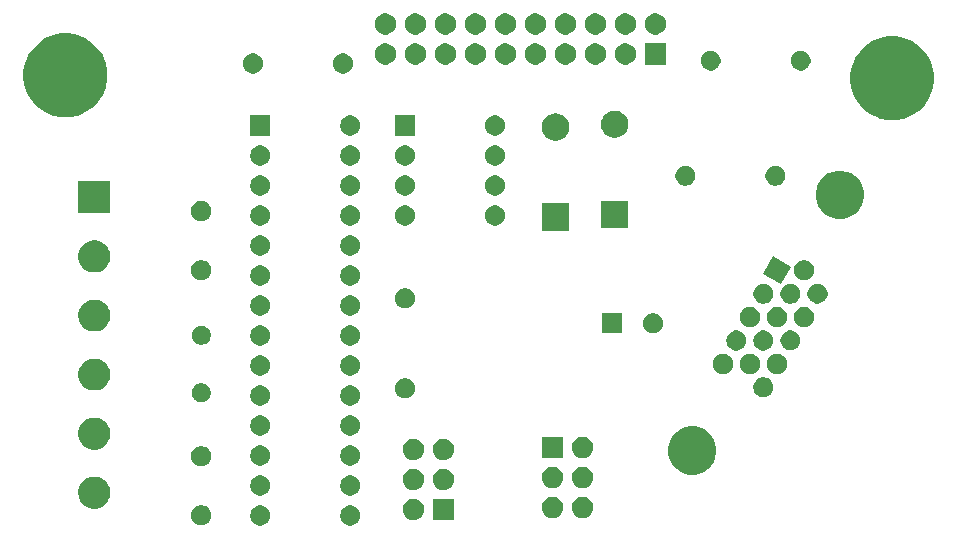
<source format=gbr>
G04 #@! TF.GenerationSoftware,KiCad,Pcbnew,5.1.5-52549c5~84~ubuntu18.04.1*
G04 #@! TF.CreationDate,2020-04-07T14:04:55-04:00*
G04 #@! TF.ProjectId,imac_g3_333mhz_slot_loading_J20_adapter_board,696d6163-5f67-4335-9f33-33336d687a5f,2*
G04 #@! TF.SameCoordinates,Original*
G04 #@! TF.FileFunction,Soldermask,Bot*
G04 #@! TF.FilePolarity,Negative*
%FSLAX46Y46*%
G04 Gerber Fmt 4.6, Leading zero omitted, Abs format (unit mm)*
G04 Created by KiCad (PCBNEW 5.1.5-52549c5~84~ubuntu18.04.1) date 2020-04-07 14:04:55*
%MOMM*%
%LPD*%
G04 APERTURE LIST*
%ADD10C,0.100000*%
G04 APERTURE END LIST*
D10*
G36*
X163521228Y-106355503D02*
G01*
X163676100Y-106419653D01*
X163815481Y-106512785D01*
X163934015Y-106631319D01*
X164027147Y-106770700D01*
X164091297Y-106925572D01*
X164124000Y-107089984D01*
X164124000Y-107257616D01*
X164091297Y-107422028D01*
X164027147Y-107576900D01*
X163934015Y-107716281D01*
X163815481Y-107834815D01*
X163676100Y-107927947D01*
X163521228Y-107992097D01*
X163356816Y-108024800D01*
X163189184Y-108024800D01*
X163024772Y-107992097D01*
X162869900Y-107927947D01*
X162730519Y-107834815D01*
X162611985Y-107716281D01*
X162518853Y-107576900D01*
X162454703Y-107422028D01*
X162422000Y-107257616D01*
X162422000Y-107089984D01*
X162454703Y-106925572D01*
X162518853Y-106770700D01*
X162611985Y-106631319D01*
X162730519Y-106512785D01*
X162869900Y-106419653D01*
X163024772Y-106355503D01*
X163189184Y-106322800D01*
X163356816Y-106322800D01*
X163521228Y-106355503D01*
G37*
G36*
X155901228Y-106355503D02*
G01*
X156056100Y-106419653D01*
X156195481Y-106512785D01*
X156314015Y-106631319D01*
X156407147Y-106770700D01*
X156471297Y-106925572D01*
X156504000Y-107089984D01*
X156504000Y-107257616D01*
X156471297Y-107422028D01*
X156407147Y-107576900D01*
X156314015Y-107716281D01*
X156195481Y-107834815D01*
X156056100Y-107927947D01*
X155901228Y-107992097D01*
X155736816Y-108024800D01*
X155569184Y-108024800D01*
X155404772Y-107992097D01*
X155249900Y-107927947D01*
X155110519Y-107834815D01*
X154991985Y-107716281D01*
X154898853Y-107576900D01*
X154834703Y-107422028D01*
X154802000Y-107257616D01*
X154802000Y-107089984D01*
X154834703Y-106925572D01*
X154898853Y-106770700D01*
X154991985Y-106631319D01*
X155110519Y-106512785D01*
X155249900Y-106419653D01*
X155404772Y-106355503D01*
X155569184Y-106322800D01*
X155736816Y-106322800D01*
X155901228Y-106355503D01*
G37*
G36*
X150901228Y-106335703D02*
G01*
X151056100Y-106399853D01*
X151195481Y-106492985D01*
X151314015Y-106611519D01*
X151407147Y-106750900D01*
X151471297Y-106905772D01*
X151504000Y-107070184D01*
X151504000Y-107237816D01*
X151471297Y-107402228D01*
X151407147Y-107557100D01*
X151314015Y-107696481D01*
X151195481Y-107815015D01*
X151056100Y-107908147D01*
X150901228Y-107972297D01*
X150736816Y-108005000D01*
X150569184Y-108005000D01*
X150404772Y-107972297D01*
X150249900Y-107908147D01*
X150110519Y-107815015D01*
X149991985Y-107696481D01*
X149898853Y-107557100D01*
X149834703Y-107402228D01*
X149802000Y-107237816D01*
X149802000Y-107070184D01*
X149834703Y-106905772D01*
X149898853Y-106750900D01*
X149991985Y-106611519D01*
X150110519Y-106492985D01*
X150249900Y-106399853D01*
X150404772Y-106335703D01*
X150569184Y-106303000D01*
X150736816Y-106303000D01*
X150901228Y-106335703D01*
G37*
G36*
X168726512Y-105757927D02*
G01*
X168875812Y-105787624D01*
X169039784Y-105855544D01*
X169187354Y-105954147D01*
X169312853Y-106079646D01*
X169411456Y-106227216D01*
X169479376Y-106391188D01*
X169507998Y-106535082D01*
X169514000Y-106565258D01*
X169514000Y-106742742D01*
X169513190Y-106746812D01*
X169479376Y-106916812D01*
X169411456Y-107080784D01*
X169312853Y-107228354D01*
X169187354Y-107353853D01*
X169039784Y-107452456D01*
X168875812Y-107520376D01*
X168726512Y-107550073D01*
X168701742Y-107555000D01*
X168524258Y-107555000D01*
X168499488Y-107550073D01*
X168350188Y-107520376D01*
X168186216Y-107452456D01*
X168038646Y-107353853D01*
X167913147Y-107228354D01*
X167814544Y-107080784D01*
X167746624Y-106916812D01*
X167712810Y-106746812D01*
X167712000Y-106742742D01*
X167712000Y-106565258D01*
X167718002Y-106535082D01*
X167746624Y-106391188D01*
X167814544Y-106227216D01*
X167913147Y-106079646D01*
X168038646Y-105954147D01*
X168186216Y-105855544D01*
X168350188Y-105787624D01*
X168499488Y-105757927D01*
X168524258Y-105753000D01*
X168701742Y-105753000D01*
X168726512Y-105757927D01*
G37*
G36*
X172054000Y-107555000D02*
G01*
X170252000Y-107555000D01*
X170252000Y-105753000D01*
X172054000Y-105753000D01*
X172054000Y-107555000D01*
G37*
G36*
X183056512Y-105587927D02*
G01*
X183205812Y-105617624D01*
X183369784Y-105685544D01*
X183517354Y-105784147D01*
X183642853Y-105909646D01*
X183741456Y-106057216D01*
X183809376Y-106221188D01*
X183829587Y-106322800D01*
X183843191Y-106391189D01*
X183844000Y-106395259D01*
X183844000Y-106572741D01*
X183809376Y-106746812D01*
X183741456Y-106910784D01*
X183642853Y-107058354D01*
X183517354Y-107183853D01*
X183369784Y-107282456D01*
X183205812Y-107350376D01*
X183056512Y-107380073D01*
X183031742Y-107385000D01*
X182854258Y-107385000D01*
X182829488Y-107380073D01*
X182680188Y-107350376D01*
X182516216Y-107282456D01*
X182368646Y-107183853D01*
X182243147Y-107058354D01*
X182144544Y-106910784D01*
X182076624Y-106746812D01*
X182042000Y-106572741D01*
X182042000Y-106395259D01*
X182042810Y-106391189D01*
X182056413Y-106322800D01*
X182076624Y-106221188D01*
X182144544Y-106057216D01*
X182243147Y-105909646D01*
X182368646Y-105784147D01*
X182516216Y-105685544D01*
X182680188Y-105617624D01*
X182829488Y-105587927D01*
X182854258Y-105583000D01*
X183031742Y-105583000D01*
X183056512Y-105587927D01*
G37*
G36*
X180516512Y-105587927D02*
G01*
X180665812Y-105617624D01*
X180829784Y-105685544D01*
X180977354Y-105784147D01*
X181102853Y-105909646D01*
X181201456Y-106057216D01*
X181269376Y-106221188D01*
X181289587Y-106322800D01*
X181303191Y-106391189D01*
X181304000Y-106395259D01*
X181304000Y-106572741D01*
X181269376Y-106746812D01*
X181201456Y-106910784D01*
X181102853Y-107058354D01*
X180977354Y-107183853D01*
X180829784Y-107282456D01*
X180665812Y-107350376D01*
X180516512Y-107380073D01*
X180491742Y-107385000D01*
X180314258Y-107385000D01*
X180289488Y-107380073D01*
X180140188Y-107350376D01*
X179976216Y-107282456D01*
X179828646Y-107183853D01*
X179703147Y-107058354D01*
X179604544Y-106910784D01*
X179536624Y-106746812D01*
X179502000Y-106572741D01*
X179502000Y-106395259D01*
X179502810Y-106391189D01*
X179516413Y-106322800D01*
X179536624Y-106221188D01*
X179604544Y-106057216D01*
X179703147Y-105909646D01*
X179828646Y-105784147D01*
X179976216Y-105685544D01*
X180140188Y-105617624D01*
X180289488Y-105587927D01*
X180314258Y-105583000D01*
X180491742Y-105583000D01*
X180516512Y-105587927D01*
G37*
G36*
X141999072Y-103936918D02*
G01*
X142230411Y-104032741D01*
X142244939Y-104038759D01*
X142356328Y-104113187D01*
X142466211Y-104186609D01*
X142654391Y-104374789D01*
X142802242Y-104596063D01*
X142904082Y-104841928D01*
X142956000Y-105102937D01*
X142956000Y-105369063D01*
X142939484Y-105452095D01*
X142904082Y-105630072D01*
X142802241Y-105875939D01*
X142779718Y-105909647D01*
X142654391Y-106097211D01*
X142466211Y-106285391D01*
X142390914Y-106335703D01*
X142244939Y-106433241D01*
X142244938Y-106433242D01*
X142244937Y-106433242D01*
X141999072Y-106535082D01*
X141738063Y-106587000D01*
X141471937Y-106587000D01*
X141210928Y-106535082D01*
X140965063Y-106433242D01*
X140965062Y-106433242D01*
X140965061Y-106433241D01*
X140819086Y-106335703D01*
X140743789Y-106285391D01*
X140555609Y-106097211D01*
X140430282Y-105909647D01*
X140407759Y-105875939D01*
X140305918Y-105630072D01*
X140270516Y-105452095D01*
X140254000Y-105369063D01*
X140254000Y-105102937D01*
X140305918Y-104841928D01*
X140407758Y-104596063D01*
X140555609Y-104374789D01*
X140743789Y-104186609D01*
X140853672Y-104113187D01*
X140965061Y-104038759D01*
X140979590Y-104032741D01*
X141210928Y-103936918D01*
X141471937Y-103885000D01*
X141738063Y-103885000D01*
X141999072Y-103936918D01*
G37*
G36*
X163521228Y-103815503D02*
G01*
X163676100Y-103879653D01*
X163815481Y-103972785D01*
X163934015Y-104091319D01*
X164027147Y-104230700D01*
X164091297Y-104385572D01*
X164124000Y-104549984D01*
X164124000Y-104717616D01*
X164091297Y-104882028D01*
X164027147Y-105036900D01*
X163934015Y-105176281D01*
X163815481Y-105294815D01*
X163676100Y-105387947D01*
X163521228Y-105452097D01*
X163356816Y-105484800D01*
X163189184Y-105484800D01*
X163024772Y-105452097D01*
X162869900Y-105387947D01*
X162730519Y-105294815D01*
X162611985Y-105176281D01*
X162518853Y-105036900D01*
X162454703Y-104882028D01*
X162422000Y-104717616D01*
X162422000Y-104549984D01*
X162454703Y-104385572D01*
X162518853Y-104230700D01*
X162611985Y-104091319D01*
X162730519Y-103972785D01*
X162869900Y-103879653D01*
X163024772Y-103815503D01*
X163189184Y-103782800D01*
X163356816Y-103782800D01*
X163521228Y-103815503D01*
G37*
G36*
X155901228Y-103815503D02*
G01*
X156056100Y-103879653D01*
X156195481Y-103972785D01*
X156314015Y-104091319D01*
X156407147Y-104230700D01*
X156471297Y-104385572D01*
X156504000Y-104549984D01*
X156504000Y-104717616D01*
X156471297Y-104882028D01*
X156407147Y-105036900D01*
X156314015Y-105176281D01*
X156195481Y-105294815D01*
X156056100Y-105387947D01*
X155901228Y-105452097D01*
X155736816Y-105484800D01*
X155569184Y-105484800D01*
X155404772Y-105452097D01*
X155249900Y-105387947D01*
X155110519Y-105294815D01*
X154991985Y-105176281D01*
X154898853Y-105036900D01*
X154834703Y-104882028D01*
X154802000Y-104717616D01*
X154802000Y-104549984D01*
X154834703Y-104385572D01*
X154898853Y-104230700D01*
X154991985Y-104091319D01*
X155110519Y-103972785D01*
X155249900Y-103879653D01*
X155404772Y-103815503D01*
X155569184Y-103782800D01*
X155736816Y-103782800D01*
X155901228Y-103815503D01*
G37*
G36*
X168726512Y-103217927D02*
G01*
X168875812Y-103247624D01*
X169039784Y-103315544D01*
X169187354Y-103414147D01*
X169312853Y-103539646D01*
X169411456Y-103687216D01*
X169479376Y-103851188D01*
X169509073Y-104000488D01*
X169514000Y-104025258D01*
X169514000Y-104202742D01*
X169513190Y-104206812D01*
X169479376Y-104376812D01*
X169411456Y-104540784D01*
X169312853Y-104688354D01*
X169187354Y-104813853D01*
X169039784Y-104912456D01*
X168875812Y-104980376D01*
X168726512Y-105010073D01*
X168701742Y-105015000D01*
X168524258Y-105015000D01*
X168499488Y-105010073D01*
X168350188Y-104980376D01*
X168186216Y-104912456D01*
X168038646Y-104813853D01*
X167913147Y-104688354D01*
X167814544Y-104540784D01*
X167746624Y-104376812D01*
X167712810Y-104206812D01*
X167712000Y-104202742D01*
X167712000Y-104025258D01*
X167716927Y-104000488D01*
X167746624Y-103851188D01*
X167814544Y-103687216D01*
X167913147Y-103539646D01*
X168038646Y-103414147D01*
X168186216Y-103315544D01*
X168350188Y-103247624D01*
X168499488Y-103217927D01*
X168524258Y-103213000D01*
X168701742Y-103213000D01*
X168726512Y-103217927D01*
G37*
G36*
X171266512Y-103217927D02*
G01*
X171415812Y-103247624D01*
X171579784Y-103315544D01*
X171727354Y-103414147D01*
X171852853Y-103539646D01*
X171951456Y-103687216D01*
X172019376Y-103851188D01*
X172049073Y-104000488D01*
X172054000Y-104025258D01*
X172054000Y-104202742D01*
X172053190Y-104206812D01*
X172019376Y-104376812D01*
X171951456Y-104540784D01*
X171852853Y-104688354D01*
X171727354Y-104813853D01*
X171579784Y-104912456D01*
X171415812Y-104980376D01*
X171266512Y-105010073D01*
X171241742Y-105015000D01*
X171064258Y-105015000D01*
X171039488Y-105010073D01*
X170890188Y-104980376D01*
X170726216Y-104912456D01*
X170578646Y-104813853D01*
X170453147Y-104688354D01*
X170354544Y-104540784D01*
X170286624Y-104376812D01*
X170252810Y-104206812D01*
X170252000Y-104202742D01*
X170252000Y-104025258D01*
X170256927Y-104000488D01*
X170286624Y-103851188D01*
X170354544Y-103687216D01*
X170453147Y-103539646D01*
X170578646Y-103414147D01*
X170726216Y-103315544D01*
X170890188Y-103247624D01*
X171039488Y-103217927D01*
X171064258Y-103213000D01*
X171241742Y-103213000D01*
X171266512Y-103217927D01*
G37*
G36*
X183056512Y-103047927D02*
G01*
X183205812Y-103077624D01*
X183369784Y-103145544D01*
X183517354Y-103244147D01*
X183642853Y-103369646D01*
X183741456Y-103517216D01*
X183809376Y-103681188D01*
X183829587Y-103782800D01*
X183843191Y-103851189D01*
X183844000Y-103855259D01*
X183844000Y-104032741D01*
X183809376Y-104206812D01*
X183741456Y-104370784D01*
X183642853Y-104518354D01*
X183517354Y-104643853D01*
X183369784Y-104742456D01*
X183205812Y-104810376D01*
X183056512Y-104840073D01*
X183031742Y-104845000D01*
X182854258Y-104845000D01*
X182829488Y-104840073D01*
X182680188Y-104810376D01*
X182516216Y-104742456D01*
X182368646Y-104643853D01*
X182243147Y-104518354D01*
X182144544Y-104370784D01*
X182076624Y-104206812D01*
X182042000Y-104032741D01*
X182042000Y-103855259D01*
X182042810Y-103851189D01*
X182056413Y-103782800D01*
X182076624Y-103681188D01*
X182144544Y-103517216D01*
X182243147Y-103369646D01*
X182368646Y-103244147D01*
X182516216Y-103145544D01*
X182680188Y-103077624D01*
X182829488Y-103047927D01*
X182854258Y-103043000D01*
X183031742Y-103043000D01*
X183056512Y-103047927D01*
G37*
G36*
X180516512Y-103047927D02*
G01*
X180665812Y-103077624D01*
X180829784Y-103145544D01*
X180977354Y-103244147D01*
X181102853Y-103369646D01*
X181201456Y-103517216D01*
X181269376Y-103681188D01*
X181289587Y-103782800D01*
X181303191Y-103851189D01*
X181304000Y-103855259D01*
X181304000Y-104032741D01*
X181269376Y-104206812D01*
X181201456Y-104370784D01*
X181102853Y-104518354D01*
X180977354Y-104643853D01*
X180829784Y-104742456D01*
X180665812Y-104810376D01*
X180516512Y-104840073D01*
X180491742Y-104845000D01*
X180314258Y-104845000D01*
X180289488Y-104840073D01*
X180140188Y-104810376D01*
X179976216Y-104742456D01*
X179828646Y-104643853D01*
X179703147Y-104518354D01*
X179604544Y-104370784D01*
X179536624Y-104206812D01*
X179502000Y-104032741D01*
X179502000Y-103855259D01*
X179502810Y-103851189D01*
X179516413Y-103782800D01*
X179536624Y-103681188D01*
X179604544Y-103517216D01*
X179703147Y-103369646D01*
X179828646Y-103244147D01*
X179976216Y-103145544D01*
X180140188Y-103077624D01*
X180289488Y-103047927D01*
X180314258Y-103043000D01*
X180491742Y-103043000D01*
X180516512Y-103047927D01*
G37*
G36*
X192823510Y-99703835D02*
G01*
X193060571Y-99802029D01*
X193196769Y-99858444D01*
X193532692Y-100082901D01*
X193818372Y-100368581D01*
X194021779Y-100673000D01*
X194042830Y-100704506D01*
X194197438Y-101077763D01*
X194276256Y-101474010D01*
X194276256Y-101878024D01*
X194197438Y-102274271D01*
X194042830Y-102647528D01*
X194042829Y-102647530D01*
X193818372Y-102983453D01*
X193532692Y-103269133D01*
X193196769Y-103493590D01*
X193196768Y-103493591D01*
X193196767Y-103493591D01*
X192823510Y-103648199D01*
X192427263Y-103727017D01*
X192023249Y-103727017D01*
X191627002Y-103648199D01*
X191253745Y-103493591D01*
X191253744Y-103493591D01*
X191253743Y-103493590D01*
X190917820Y-103269133D01*
X190632140Y-102983453D01*
X190407683Y-102647530D01*
X190407682Y-102647528D01*
X190253074Y-102274271D01*
X190174256Y-101878024D01*
X190174256Y-101474010D01*
X190253074Y-101077763D01*
X190407682Y-100704506D01*
X190428734Y-100673000D01*
X190632140Y-100368581D01*
X190917820Y-100082901D01*
X191253743Y-99858444D01*
X191389941Y-99802029D01*
X191627002Y-99703835D01*
X192023249Y-99625017D01*
X192427263Y-99625017D01*
X192823510Y-99703835D01*
G37*
G36*
X150901228Y-101335703D02*
G01*
X151056100Y-101399853D01*
X151195481Y-101492985D01*
X151314015Y-101611519D01*
X151407147Y-101750900D01*
X151471297Y-101905772D01*
X151504000Y-102070184D01*
X151504000Y-102237816D01*
X151471297Y-102402228D01*
X151407147Y-102557100D01*
X151314015Y-102696481D01*
X151195481Y-102815015D01*
X151056100Y-102908147D01*
X150901228Y-102972297D01*
X150736816Y-103005000D01*
X150569184Y-103005000D01*
X150404772Y-102972297D01*
X150249900Y-102908147D01*
X150110519Y-102815015D01*
X149991985Y-102696481D01*
X149898853Y-102557100D01*
X149834703Y-102402228D01*
X149802000Y-102237816D01*
X149802000Y-102070184D01*
X149834703Y-101905772D01*
X149898853Y-101750900D01*
X149991985Y-101611519D01*
X150110519Y-101492985D01*
X150249900Y-101399853D01*
X150404772Y-101335703D01*
X150569184Y-101303000D01*
X150736816Y-101303000D01*
X150901228Y-101335703D01*
G37*
G36*
X163521228Y-101275503D02*
G01*
X163676100Y-101339653D01*
X163815481Y-101432785D01*
X163934015Y-101551319D01*
X164027147Y-101690700D01*
X164091297Y-101845572D01*
X164124000Y-102009984D01*
X164124000Y-102177616D01*
X164091297Y-102342028D01*
X164027147Y-102496900D01*
X163934015Y-102636281D01*
X163815481Y-102754815D01*
X163676100Y-102847947D01*
X163521228Y-102912097D01*
X163356816Y-102944800D01*
X163189184Y-102944800D01*
X163024772Y-102912097D01*
X162869900Y-102847947D01*
X162730519Y-102754815D01*
X162611985Y-102636281D01*
X162518853Y-102496900D01*
X162454703Y-102342028D01*
X162422000Y-102177616D01*
X162422000Y-102009984D01*
X162454703Y-101845572D01*
X162518853Y-101690700D01*
X162611985Y-101551319D01*
X162730519Y-101432785D01*
X162869900Y-101339653D01*
X163024772Y-101275503D01*
X163189184Y-101242800D01*
X163356816Y-101242800D01*
X163521228Y-101275503D01*
G37*
G36*
X155901228Y-101275503D02*
G01*
X156056100Y-101339653D01*
X156195481Y-101432785D01*
X156314015Y-101551319D01*
X156407147Y-101690700D01*
X156471297Y-101845572D01*
X156504000Y-102009984D01*
X156504000Y-102177616D01*
X156471297Y-102342028D01*
X156407147Y-102496900D01*
X156314015Y-102636281D01*
X156195481Y-102754815D01*
X156056100Y-102847947D01*
X155901228Y-102912097D01*
X155736816Y-102944800D01*
X155569184Y-102944800D01*
X155404772Y-102912097D01*
X155249900Y-102847947D01*
X155110519Y-102754815D01*
X154991985Y-102636281D01*
X154898853Y-102496900D01*
X154834703Y-102342028D01*
X154802000Y-102177616D01*
X154802000Y-102009984D01*
X154834703Y-101845572D01*
X154898853Y-101690700D01*
X154991985Y-101551319D01*
X155110519Y-101432785D01*
X155249900Y-101339653D01*
X155404772Y-101275503D01*
X155569184Y-101242800D01*
X155736816Y-101242800D01*
X155901228Y-101275503D01*
G37*
G36*
X168726512Y-100677927D02*
G01*
X168875812Y-100707624D01*
X169039784Y-100775544D01*
X169187354Y-100874147D01*
X169312853Y-100999646D01*
X169411456Y-101147216D01*
X169479376Y-101311188D01*
X169503653Y-101433241D01*
X169514000Y-101485258D01*
X169514000Y-101662742D01*
X169513190Y-101666812D01*
X169479376Y-101836812D01*
X169411456Y-102000784D01*
X169312853Y-102148354D01*
X169187354Y-102273853D01*
X169039784Y-102372456D01*
X168875812Y-102440376D01*
X168726512Y-102470073D01*
X168701742Y-102475000D01*
X168524258Y-102475000D01*
X168499488Y-102470073D01*
X168350188Y-102440376D01*
X168186216Y-102372456D01*
X168038646Y-102273853D01*
X167913147Y-102148354D01*
X167814544Y-102000784D01*
X167746624Y-101836812D01*
X167712810Y-101666812D01*
X167712000Y-101662742D01*
X167712000Y-101485258D01*
X167722347Y-101433241D01*
X167746624Y-101311188D01*
X167814544Y-101147216D01*
X167913147Y-100999646D01*
X168038646Y-100874147D01*
X168186216Y-100775544D01*
X168350188Y-100707624D01*
X168499488Y-100677927D01*
X168524258Y-100673000D01*
X168701742Y-100673000D01*
X168726512Y-100677927D01*
G37*
G36*
X171266512Y-100677927D02*
G01*
X171415812Y-100707624D01*
X171579784Y-100775544D01*
X171727354Y-100874147D01*
X171852853Y-100999646D01*
X171951456Y-101147216D01*
X172019376Y-101311188D01*
X172043653Y-101433241D01*
X172054000Y-101485258D01*
X172054000Y-101662742D01*
X172053190Y-101666812D01*
X172019376Y-101836812D01*
X171951456Y-102000784D01*
X171852853Y-102148354D01*
X171727354Y-102273853D01*
X171579784Y-102372456D01*
X171415812Y-102440376D01*
X171266512Y-102470073D01*
X171241742Y-102475000D01*
X171064258Y-102475000D01*
X171039488Y-102470073D01*
X170890188Y-102440376D01*
X170726216Y-102372456D01*
X170578646Y-102273853D01*
X170453147Y-102148354D01*
X170354544Y-102000784D01*
X170286624Y-101836812D01*
X170252810Y-101666812D01*
X170252000Y-101662742D01*
X170252000Y-101485258D01*
X170262347Y-101433241D01*
X170286624Y-101311188D01*
X170354544Y-101147216D01*
X170453147Y-100999646D01*
X170578646Y-100874147D01*
X170726216Y-100775544D01*
X170890188Y-100707624D01*
X171039488Y-100677927D01*
X171064258Y-100673000D01*
X171241742Y-100673000D01*
X171266512Y-100677927D01*
G37*
G36*
X181304000Y-102305000D02*
G01*
X179502000Y-102305000D01*
X179502000Y-100503000D01*
X181304000Y-100503000D01*
X181304000Y-102305000D01*
G37*
G36*
X183056512Y-100507927D02*
G01*
X183205812Y-100537624D01*
X183369784Y-100605544D01*
X183517354Y-100704147D01*
X183642853Y-100829646D01*
X183741456Y-100977216D01*
X183809376Y-101141188D01*
X183829587Y-101242800D01*
X183844000Y-101315258D01*
X183844000Y-101492742D01*
X183839073Y-101517512D01*
X183809376Y-101666812D01*
X183741456Y-101830784D01*
X183642853Y-101978354D01*
X183517354Y-102103853D01*
X183369784Y-102202456D01*
X183205812Y-102270376D01*
X183056512Y-102300073D01*
X183031742Y-102305000D01*
X182854258Y-102305000D01*
X182829488Y-102300073D01*
X182680188Y-102270376D01*
X182516216Y-102202456D01*
X182368646Y-102103853D01*
X182243147Y-101978354D01*
X182144544Y-101830784D01*
X182076624Y-101666812D01*
X182046927Y-101517512D01*
X182042000Y-101492742D01*
X182042000Y-101315258D01*
X182056413Y-101242800D01*
X182076624Y-101141188D01*
X182144544Y-100977216D01*
X182243147Y-100829646D01*
X182368646Y-100704147D01*
X182516216Y-100605544D01*
X182680188Y-100537624D01*
X182829488Y-100507927D01*
X182854258Y-100503000D01*
X183031742Y-100503000D01*
X183056512Y-100507927D01*
G37*
G36*
X141999072Y-98936918D02*
G01*
X142244939Y-99038759D01*
X142356328Y-99113187D01*
X142466211Y-99186609D01*
X142654391Y-99374789D01*
X142802242Y-99596063D01*
X142904082Y-99841928D01*
X142956000Y-100102937D01*
X142956000Y-100369063D01*
X142904082Y-100630072D01*
X142802242Y-100875937D01*
X142654391Y-101097211D01*
X142466211Y-101285391D01*
X142390914Y-101335703D01*
X142244939Y-101433241D01*
X142244938Y-101433242D01*
X142244937Y-101433242D01*
X141999072Y-101535082D01*
X141738063Y-101587000D01*
X141471937Y-101587000D01*
X141210928Y-101535082D01*
X140965063Y-101433242D01*
X140965062Y-101433242D01*
X140965061Y-101433241D01*
X140819086Y-101335703D01*
X140743789Y-101285391D01*
X140555609Y-101097211D01*
X140407758Y-100875937D01*
X140305918Y-100630072D01*
X140254000Y-100369063D01*
X140254000Y-100102937D01*
X140305918Y-99841928D01*
X140407758Y-99596063D01*
X140555609Y-99374789D01*
X140743789Y-99186609D01*
X140853672Y-99113187D01*
X140965061Y-99038759D01*
X141210928Y-98936918D01*
X141471937Y-98885000D01*
X141738063Y-98885000D01*
X141999072Y-98936918D01*
G37*
G36*
X155901228Y-98735503D02*
G01*
X156056100Y-98799653D01*
X156195481Y-98892785D01*
X156314015Y-99011319D01*
X156407147Y-99150700D01*
X156471297Y-99305572D01*
X156504000Y-99469984D01*
X156504000Y-99637616D01*
X156471297Y-99802028D01*
X156407147Y-99956900D01*
X156314015Y-100096281D01*
X156195481Y-100214815D01*
X156056100Y-100307947D01*
X155901228Y-100372097D01*
X155736816Y-100404800D01*
X155569184Y-100404800D01*
X155404772Y-100372097D01*
X155249900Y-100307947D01*
X155110519Y-100214815D01*
X154991985Y-100096281D01*
X154898853Y-99956900D01*
X154834703Y-99802028D01*
X154802000Y-99637616D01*
X154802000Y-99469984D01*
X154834703Y-99305572D01*
X154898853Y-99150700D01*
X154991985Y-99011319D01*
X155110519Y-98892785D01*
X155249900Y-98799653D01*
X155404772Y-98735503D01*
X155569184Y-98702800D01*
X155736816Y-98702800D01*
X155901228Y-98735503D01*
G37*
G36*
X163521228Y-98735503D02*
G01*
X163676100Y-98799653D01*
X163815481Y-98892785D01*
X163934015Y-99011319D01*
X164027147Y-99150700D01*
X164091297Y-99305572D01*
X164124000Y-99469984D01*
X164124000Y-99637616D01*
X164091297Y-99802028D01*
X164027147Y-99956900D01*
X163934015Y-100096281D01*
X163815481Y-100214815D01*
X163676100Y-100307947D01*
X163521228Y-100372097D01*
X163356816Y-100404800D01*
X163189184Y-100404800D01*
X163024772Y-100372097D01*
X162869900Y-100307947D01*
X162730519Y-100214815D01*
X162611985Y-100096281D01*
X162518853Y-99956900D01*
X162454703Y-99802028D01*
X162422000Y-99637616D01*
X162422000Y-99469984D01*
X162454703Y-99305572D01*
X162518853Y-99150700D01*
X162611985Y-99011319D01*
X162730519Y-98892785D01*
X162869900Y-98799653D01*
X163024772Y-98735503D01*
X163189184Y-98702800D01*
X163356816Y-98702800D01*
X163521228Y-98735503D01*
G37*
G36*
X163521228Y-96195503D02*
G01*
X163676100Y-96259653D01*
X163815481Y-96352785D01*
X163934015Y-96471319D01*
X164027147Y-96610700D01*
X164091297Y-96765572D01*
X164124000Y-96929984D01*
X164124000Y-97097616D01*
X164091297Y-97262028D01*
X164027147Y-97416900D01*
X163934015Y-97556281D01*
X163815481Y-97674815D01*
X163676100Y-97767947D01*
X163521228Y-97832097D01*
X163356816Y-97864800D01*
X163189184Y-97864800D01*
X163024772Y-97832097D01*
X162869900Y-97767947D01*
X162730519Y-97674815D01*
X162611985Y-97556281D01*
X162518853Y-97416900D01*
X162454703Y-97262028D01*
X162422000Y-97097616D01*
X162422000Y-96929984D01*
X162454703Y-96765572D01*
X162518853Y-96610700D01*
X162611985Y-96471319D01*
X162730519Y-96352785D01*
X162869900Y-96259653D01*
X163024772Y-96195503D01*
X163189184Y-96162800D01*
X163356816Y-96162800D01*
X163521228Y-96195503D01*
G37*
G36*
X155901228Y-96195503D02*
G01*
X156056100Y-96259653D01*
X156195481Y-96352785D01*
X156314015Y-96471319D01*
X156407147Y-96610700D01*
X156471297Y-96765572D01*
X156504000Y-96929984D01*
X156504000Y-97097616D01*
X156471297Y-97262028D01*
X156407147Y-97416900D01*
X156314015Y-97556281D01*
X156195481Y-97674815D01*
X156056100Y-97767947D01*
X155901228Y-97832097D01*
X155736816Y-97864800D01*
X155569184Y-97864800D01*
X155404772Y-97832097D01*
X155249900Y-97767947D01*
X155110519Y-97674815D01*
X154991985Y-97556281D01*
X154898853Y-97416900D01*
X154834703Y-97262028D01*
X154802000Y-97097616D01*
X154802000Y-96929984D01*
X154834703Y-96765572D01*
X154898853Y-96610700D01*
X154991985Y-96471319D01*
X155110519Y-96352785D01*
X155249900Y-96259653D01*
X155404772Y-96195503D01*
X155569184Y-96162800D01*
X155736816Y-96162800D01*
X155901228Y-96195503D01*
G37*
G36*
X150886642Y-96013581D02*
G01*
X151032414Y-96073962D01*
X151032416Y-96073963D01*
X151163608Y-96161622D01*
X151275178Y-96273192D01*
X151360180Y-96400408D01*
X151362838Y-96404386D01*
X151423219Y-96550158D01*
X151454000Y-96704907D01*
X151454000Y-96862693D01*
X151423219Y-97017442D01*
X151365019Y-97157948D01*
X151362837Y-97163216D01*
X151275178Y-97294408D01*
X151163608Y-97405978D01*
X151032416Y-97493637D01*
X151032415Y-97493638D01*
X151032414Y-97493638D01*
X150886642Y-97554019D01*
X150731893Y-97584800D01*
X150574107Y-97584800D01*
X150419358Y-97554019D01*
X150273586Y-97493638D01*
X150273585Y-97493638D01*
X150273584Y-97493637D01*
X150142392Y-97405978D01*
X150030822Y-97294408D01*
X149943163Y-97163216D01*
X149940981Y-97157948D01*
X149882781Y-97017442D01*
X149852000Y-96862693D01*
X149852000Y-96704907D01*
X149882781Y-96550158D01*
X149943162Y-96404386D01*
X149945820Y-96400408D01*
X150030822Y-96273192D01*
X150142392Y-96161622D01*
X150273584Y-96073963D01*
X150273586Y-96073962D01*
X150419358Y-96013581D01*
X150574107Y-95982800D01*
X150731893Y-95982800D01*
X150886642Y-96013581D01*
G37*
G36*
X168151228Y-95585503D02*
G01*
X168306100Y-95649653D01*
X168445481Y-95742785D01*
X168564015Y-95861319D01*
X168657147Y-96000700D01*
X168721297Y-96155572D01*
X168754000Y-96319984D01*
X168754000Y-96487616D01*
X168721297Y-96652028D01*
X168657147Y-96806900D01*
X168564015Y-96946281D01*
X168445481Y-97064815D01*
X168306100Y-97157947D01*
X168151228Y-97222097D01*
X167986816Y-97254800D01*
X167819184Y-97254800D01*
X167654772Y-97222097D01*
X167499900Y-97157947D01*
X167360519Y-97064815D01*
X167241985Y-96946281D01*
X167148853Y-96806900D01*
X167084703Y-96652028D01*
X167052000Y-96487616D01*
X167052000Y-96319984D01*
X167084703Y-96155572D01*
X167148853Y-96000700D01*
X167241985Y-95861319D01*
X167360519Y-95742785D01*
X167499900Y-95649653D01*
X167654772Y-95585503D01*
X167819184Y-95552800D01*
X167986816Y-95552800D01*
X168151228Y-95585503D01*
G37*
G36*
X198500689Y-95498296D02*
G01*
X198655561Y-95562446D01*
X198794942Y-95655578D01*
X198913476Y-95774112D01*
X199006608Y-95913493D01*
X199070758Y-96068365D01*
X199103461Y-96232777D01*
X199103461Y-96400409D01*
X199070758Y-96564821D01*
X199006608Y-96719693D01*
X198913476Y-96859074D01*
X198794942Y-96977608D01*
X198655561Y-97070740D01*
X198500689Y-97134890D01*
X198336277Y-97167593D01*
X198168645Y-97167593D01*
X198004233Y-97134890D01*
X197849361Y-97070740D01*
X197709980Y-96977608D01*
X197591446Y-96859074D01*
X197498314Y-96719693D01*
X197434164Y-96564821D01*
X197401461Y-96400409D01*
X197401461Y-96232777D01*
X197434164Y-96068365D01*
X197498314Y-95913493D01*
X197591446Y-95774112D01*
X197709980Y-95655578D01*
X197849361Y-95562446D01*
X198004233Y-95498296D01*
X198168645Y-95465593D01*
X198336277Y-95465593D01*
X198500689Y-95498296D01*
G37*
G36*
X141965776Y-93930295D02*
G01*
X141999072Y-93936918D01*
X142244939Y-94038759D01*
X142319179Y-94088365D01*
X142466211Y-94186609D01*
X142654391Y-94374789D01*
X142683804Y-94418809D01*
X142794731Y-94584821D01*
X142802242Y-94596063D01*
X142904082Y-94841928D01*
X142956000Y-95102937D01*
X142956000Y-95369063D01*
X142904082Y-95630072D01*
X142802242Y-95875937D01*
X142654391Y-96097211D01*
X142466211Y-96285391D01*
X142365349Y-96352785D01*
X142244939Y-96433241D01*
X142244938Y-96433242D01*
X142244937Y-96433242D01*
X141999072Y-96535082D01*
X141738063Y-96587000D01*
X141471937Y-96587000D01*
X141210928Y-96535082D01*
X140965063Y-96433242D01*
X140965062Y-96433242D01*
X140965061Y-96433241D01*
X140844651Y-96352785D01*
X140743789Y-96285391D01*
X140555609Y-96097211D01*
X140407758Y-95875937D01*
X140305918Y-95630072D01*
X140254000Y-95369063D01*
X140254000Y-95102937D01*
X140305918Y-94841928D01*
X140407758Y-94596063D01*
X140415270Y-94584821D01*
X140526196Y-94418809D01*
X140555609Y-94374789D01*
X140743789Y-94186609D01*
X140890821Y-94088365D01*
X140965061Y-94038759D01*
X141210928Y-93936918D01*
X141244224Y-93930295D01*
X141471937Y-93885000D01*
X141738063Y-93885000D01*
X141965776Y-93930295D01*
G37*
G36*
X163521228Y-93655503D02*
G01*
X163676100Y-93719653D01*
X163815481Y-93812785D01*
X163934015Y-93931319D01*
X164027147Y-94070700D01*
X164091297Y-94225572D01*
X164124000Y-94389984D01*
X164124000Y-94557616D01*
X164091297Y-94722028D01*
X164027147Y-94876900D01*
X163934015Y-95016281D01*
X163815481Y-95134815D01*
X163676100Y-95227947D01*
X163521228Y-95292097D01*
X163356816Y-95324800D01*
X163189184Y-95324800D01*
X163024772Y-95292097D01*
X162869900Y-95227947D01*
X162730519Y-95134815D01*
X162611985Y-95016281D01*
X162518853Y-94876900D01*
X162454703Y-94722028D01*
X162422000Y-94557616D01*
X162422000Y-94389984D01*
X162454703Y-94225572D01*
X162518853Y-94070700D01*
X162611985Y-93931319D01*
X162730519Y-93812785D01*
X162869900Y-93719653D01*
X163024772Y-93655503D01*
X163189184Y-93622800D01*
X163356816Y-93622800D01*
X163521228Y-93655503D01*
G37*
G36*
X155901228Y-93655503D02*
G01*
X156056100Y-93719653D01*
X156195481Y-93812785D01*
X156314015Y-93931319D01*
X156407147Y-94070700D01*
X156471297Y-94225572D01*
X156504000Y-94389984D01*
X156504000Y-94557616D01*
X156471297Y-94722028D01*
X156407147Y-94876900D01*
X156314015Y-95016281D01*
X156195481Y-95134815D01*
X156056100Y-95227947D01*
X155901228Y-95292097D01*
X155736816Y-95324800D01*
X155569184Y-95324800D01*
X155404772Y-95292097D01*
X155249900Y-95227947D01*
X155110519Y-95134815D01*
X154991985Y-95016281D01*
X154898853Y-94876900D01*
X154834703Y-94722028D01*
X154802000Y-94557616D01*
X154802000Y-94389984D01*
X154834703Y-94225572D01*
X154898853Y-94070700D01*
X154991985Y-93931319D01*
X155110519Y-93812785D01*
X155249900Y-93719653D01*
X155404772Y-93655503D01*
X155569184Y-93622800D01*
X155736816Y-93622800D01*
X155901228Y-93655503D01*
G37*
G36*
X195071228Y-93518296D02*
G01*
X195226100Y-93582446D01*
X195365481Y-93675578D01*
X195484015Y-93794112D01*
X195577147Y-93933493D01*
X195641297Y-94088365D01*
X195674000Y-94252777D01*
X195674000Y-94420409D01*
X195641297Y-94584821D01*
X195577147Y-94739693D01*
X195484015Y-94879074D01*
X195365481Y-94997608D01*
X195226100Y-95090740D01*
X195071228Y-95154890D01*
X194906816Y-95187593D01*
X194739184Y-95187593D01*
X194574772Y-95154890D01*
X194419900Y-95090740D01*
X194280519Y-94997608D01*
X194161985Y-94879074D01*
X194068853Y-94739693D01*
X194004703Y-94584821D01*
X193972000Y-94420409D01*
X193972000Y-94252777D01*
X194004703Y-94088365D01*
X194068853Y-93933493D01*
X194161985Y-93794112D01*
X194280519Y-93675578D01*
X194419900Y-93582446D01*
X194574772Y-93518296D01*
X194739184Y-93485593D01*
X194906816Y-93485593D01*
X195071228Y-93518296D01*
G37*
G36*
X197358458Y-93516697D02*
G01*
X197513330Y-93580847D01*
X197652711Y-93673979D01*
X197771245Y-93792513D01*
X197864377Y-93931894D01*
X197928527Y-94086766D01*
X197961230Y-94251178D01*
X197961230Y-94418810D01*
X197928527Y-94583222D01*
X197864377Y-94738094D01*
X197771245Y-94877475D01*
X197652711Y-94996009D01*
X197513330Y-95089141D01*
X197358458Y-95153291D01*
X197194046Y-95185994D01*
X197026414Y-95185994D01*
X196862002Y-95153291D01*
X196707130Y-95089141D01*
X196567749Y-94996009D01*
X196449215Y-94877475D01*
X196356083Y-94738094D01*
X196291933Y-94583222D01*
X196259230Y-94418810D01*
X196259230Y-94251178D01*
X196291933Y-94086766D01*
X196356083Y-93931894D01*
X196449215Y-93792513D01*
X196567749Y-93673979D01*
X196707130Y-93580847D01*
X196862002Y-93516697D01*
X197026414Y-93483994D01*
X197194046Y-93483994D01*
X197358458Y-93516697D01*
G37*
G36*
X199645689Y-93515098D02*
G01*
X199800561Y-93579248D01*
X199939942Y-93672380D01*
X200058476Y-93790914D01*
X200151608Y-93930295D01*
X200215758Y-94085167D01*
X200248461Y-94249579D01*
X200248461Y-94417211D01*
X200215758Y-94581623D01*
X200151608Y-94736495D01*
X200058476Y-94875876D01*
X199939942Y-94994410D01*
X199800561Y-95087542D01*
X199645689Y-95151692D01*
X199481277Y-95184395D01*
X199313645Y-95184395D01*
X199149233Y-95151692D01*
X198994361Y-95087542D01*
X198854980Y-94994410D01*
X198736446Y-94875876D01*
X198643314Y-94736495D01*
X198579164Y-94581623D01*
X198546461Y-94417211D01*
X198546461Y-94249579D01*
X198579164Y-94085167D01*
X198643314Y-93930295D01*
X198736446Y-93790914D01*
X198854980Y-93672380D01*
X198994361Y-93579248D01*
X199149233Y-93515098D01*
X199313645Y-93482395D01*
X199481277Y-93482395D01*
X199645689Y-93515098D01*
G37*
G36*
X196216228Y-91535098D02*
G01*
X196371100Y-91599248D01*
X196510481Y-91692380D01*
X196629015Y-91810914D01*
X196722147Y-91950295D01*
X196786297Y-92105167D01*
X196819000Y-92269579D01*
X196819000Y-92437211D01*
X196786297Y-92601623D01*
X196722147Y-92756495D01*
X196629015Y-92895876D01*
X196510481Y-93014410D01*
X196371100Y-93107542D01*
X196216228Y-93171692D01*
X196051816Y-93204395D01*
X195884184Y-93204395D01*
X195719772Y-93171692D01*
X195564900Y-93107542D01*
X195425519Y-93014410D01*
X195306985Y-92895876D01*
X195213853Y-92756495D01*
X195149703Y-92601623D01*
X195117000Y-92437211D01*
X195117000Y-92269579D01*
X195149703Y-92105167D01*
X195213853Y-91950295D01*
X195306985Y-91810914D01*
X195425519Y-91692380D01*
X195564900Y-91599248D01*
X195719772Y-91535098D01*
X195884184Y-91502395D01*
X196051816Y-91502395D01*
X196216228Y-91535098D01*
G37*
G36*
X198503458Y-91533498D02*
G01*
X198658330Y-91597648D01*
X198797711Y-91690780D01*
X198916245Y-91809314D01*
X199009377Y-91948695D01*
X199073527Y-92103567D01*
X199106230Y-92267979D01*
X199106230Y-92435611D01*
X199073527Y-92600023D01*
X199009377Y-92754895D01*
X198916245Y-92894276D01*
X198797711Y-93012810D01*
X198658330Y-93105942D01*
X198503458Y-93170092D01*
X198339046Y-93202795D01*
X198171414Y-93202795D01*
X198007002Y-93170092D01*
X197852130Y-93105942D01*
X197712749Y-93012810D01*
X197594215Y-92894276D01*
X197501083Y-92754895D01*
X197436933Y-92600023D01*
X197404230Y-92435611D01*
X197404230Y-92267979D01*
X197436933Y-92103567D01*
X197501083Y-91948695D01*
X197594215Y-91809314D01*
X197712749Y-91690780D01*
X197852130Y-91597648D01*
X198007002Y-91533498D01*
X198171414Y-91500795D01*
X198339046Y-91500795D01*
X198503458Y-91533498D01*
G37*
G36*
X200790689Y-91531899D02*
G01*
X200945561Y-91596049D01*
X201084942Y-91689181D01*
X201203476Y-91807715D01*
X201296608Y-91947096D01*
X201360758Y-92101968D01*
X201393461Y-92266380D01*
X201393461Y-92434012D01*
X201360758Y-92598424D01*
X201296608Y-92753296D01*
X201203476Y-92892677D01*
X201084942Y-93011211D01*
X200945561Y-93104343D01*
X200790689Y-93168493D01*
X200626277Y-93201196D01*
X200458645Y-93201196D01*
X200294233Y-93168493D01*
X200139361Y-93104343D01*
X199999980Y-93011211D01*
X199881446Y-92892677D01*
X199788314Y-92753296D01*
X199724164Y-92598424D01*
X199691461Y-92434012D01*
X199691461Y-92266380D01*
X199724164Y-92101968D01*
X199788314Y-91947096D01*
X199881446Y-91807715D01*
X199999980Y-91689181D01*
X200139361Y-91596049D01*
X200294233Y-91531899D01*
X200458645Y-91499196D01*
X200626277Y-91499196D01*
X200790689Y-91531899D01*
G37*
G36*
X155901228Y-91115503D02*
G01*
X156056100Y-91179653D01*
X156195481Y-91272785D01*
X156314015Y-91391319D01*
X156407147Y-91530700D01*
X156471297Y-91685572D01*
X156504000Y-91849984D01*
X156504000Y-92017616D01*
X156471297Y-92182028D01*
X156407147Y-92336900D01*
X156314015Y-92476281D01*
X156195481Y-92594815D01*
X156056100Y-92687947D01*
X155901228Y-92752097D01*
X155736816Y-92784800D01*
X155569184Y-92784800D01*
X155404772Y-92752097D01*
X155249900Y-92687947D01*
X155110519Y-92594815D01*
X154991985Y-92476281D01*
X154898853Y-92336900D01*
X154834703Y-92182028D01*
X154802000Y-92017616D01*
X154802000Y-91849984D01*
X154834703Y-91685572D01*
X154898853Y-91530700D01*
X154991985Y-91391319D01*
X155110519Y-91272785D01*
X155249900Y-91179653D01*
X155404772Y-91115503D01*
X155569184Y-91082800D01*
X155736816Y-91082800D01*
X155901228Y-91115503D01*
G37*
G36*
X163521228Y-91115503D02*
G01*
X163676100Y-91179653D01*
X163815481Y-91272785D01*
X163934015Y-91391319D01*
X164027147Y-91530700D01*
X164091297Y-91685572D01*
X164124000Y-91849984D01*
X164124000Y-92017616D01*
X164091297Y-92182028D01*
X164027147Y-92336900D01*
X163934015Y-92476281D01*
X163815481Y-92594815D01*
X163676100Y-92687947D01*
X163521228Y-92752097D01*
X163356816Y-92784800D01*
X163189184Y-92784800D01*
X163024772Y-92752097D01*
X162869900Y-92687947D01*
X162730519Y-92594815D01*
X162611985Y-92476281D01*
X162518853Y-92336900D01*
X162454703Y-92182028D01*
X162422000Y-92017616D01*
X162422000Y-91849984D01*
X162454703Y-91685572D01*
X162518853Y-91530700D01*
X162611985Y-91391319D01*
X162730519Y-91272785D01*
X162869900Y-91179653D01*
X163024772Y-91115503D01*
X163189184Y-91082800D01*
X163356816Y-91082800D01*
X163521228Y-91115503D01*
G37*
G36*
X150886642Y-91133581D02*
G01*
X151032414Y-91193962D01*
X151032416Y-91193963D01*
X151163608Y-91281622D01*
X151275178Y-91393192D01*
X151362837Y-91524384D01*
X151362838Y-91524386D01*
X151423219Y-91670158D01*
X151454000Y-91824907D01*
X151454000Y-91982693D01*
X151423219Y-92137442D01*
X151369148Y-92267980D01*
X151362837Y-92283216D01*
X151275178Y-92414408D01*
X151163608Y-92525978D01*
X151032416Y-92613637D01*
X151032415Y-92613638D01*
X151032414Y-92613638D01*
X150886642Y-92674019D01*
X150731893Y-92704800D01*
X150574107Y-92704800D01*
X150419358Y-92674019D01*
X150273586Y-92613638D01*
X150273585Y-92613638D01*
X150273584Y-92613637D01*
X150142392Y-92525978D01*
X150030822Y-92414408D01*
X149943163Y-92283216D01*
X149936852Y-92267980D01*
X149882781Y-92137442D01*
X149852000Y-91982693D01*
X149852000Y-91824907D01*
X149882781Y-91670158D01*
X149943162Y-91524386D01*
X149943163Y-91524384D01*
X150030822Y-91393192D01*
X150142392Y-91281622D01*
X150273584Y-91193963D01*
X150273586Y-91193962D01*
X150419358Y-91133581D01*
X150574107Y-91102800D01*
X150731893Y-91102800D01*
X150886642Y-91133581D01*
G37*
G36*
X186254000Y-91754800D02*
G01*
X184552000Y-91754800D01*
X184552000Y-90052800D01*
X186254000Y-90052800D01*
X186254000Y-91754800D01*
G37*
G36*
X189151228Y-90085503D02*
G01*
X189306100Y-90149653D01*
X189445481Y-90242785D01*
X189564015Y-90361319D01*
X189657147Y-90500700D01*
X189721297Y-90655572D01*
X189754000Y-90819984D01*
X189754000Y-90987616D01*
X189721297Y-91152028D01*
X189657147Y-91306900D01*
X189564015Y-91446281D01*
X189445481Y-91564815D01*
X189306100Y-91657947D01*
X189151228Y-91722097D01*
X188986816Y-91754800D01*
X188819184Y-91754800D01*
X188654772Y-91722097D01*
X188499900Y-91657947D01*
X188360519Y-91564815D01*
X188241985Y-91446281D01*
X188148853Y-91306900D01*
X188084703Y-91152028D01*
X188052000Y-90987616D01*
X188052000Y-90819984D01*
X188084703Y-90655572D01*
X188148853Y-90500700D01*
X188241985Y-90361319D01*
X188360519Y-90242785D01*
X188499900Y-90149653D01*
X188654772Y-90085503D01*
X188819184Y-90052800D01*
X188986816Y-90052800D01*
X189151228Y-90085503D01*
G37*
G36*
X141999072Y-88936918D02*
G01*
X142228692Y-89032029D01*
X142244939Y-89038759D01*
X142254002Y-89044815D01*
X142398170Y-89141145D01*
X142466212Y-89186610D01*
X142654390Y-89374788D01*
X142772733Y-89551899D01*
X142802242Y-89596063D01*
X142904082Y-89841928D01*
X142956000Y-90102937D01*
X142956000Y-90369063D01*
X142929816Y-90500700D01*
X142904082Y-90630072D01*
X142802241Y-90875939D01*
X142777694Y-90912676D01*
X142654391Y-91097211D01*
X142466211Y-91285391D01*
X142356328Y-91358813D01*
X142244939Y-91433241D01*
X142244938Y-91433242D01*
X142244937Y-91433242D01*
X141999072Y-91535082D01*
X141738063Y-91587000D01*
X141471937Y-91587000D01*
X141210928Y-91535082D01*
X140965063Y-91433242D01*
X140965062Y-91433242D01*
X140965061Y-91433241D01*
X140853672Y-91358813D01*
X140743789Y-91285391D01*
X140555609Y-91097211D01*
X140432306Y-90912676D01*
X140407759Y-90875939D01*
X140305918Y-90630072D01*
X140280184Y-90500700D01*
X140254000Y-90369063D01*
X140254000Y-90102937D01*
X140305918Y-89841928D01*
X140407758Y-89596063D01*
X140437268Y-89551899D01*
X140555610Y-89374788D01*
X140743788Y-89186610D01*
X140811831Y-89141145D01*
X140955998Y-89044815D01*
X140965061Y-89038759D01*
X140981309Y-89032029D01*
X141210928Y-88936918D01*
X141471937Y-88885000D01*
X141738063Y-88885000D01*
X141999072Y-88936918D01*
G37*
G36*
X197361228Y-89551899D02*
G01*
X197516100Y-89616049D01*
X197655481Y-89709181D01*
X197774015Y-89827715D01*
X197867147Y-89967096D01*
X197931297Y-90121968D01*
X197964000Y-90286380D01*
X197964000Y-90454012D01*
X197931297Y-90618424D01*
X197867147Y-90773296D01*
X197774015Y-90912677D01*
X197655481Y-91031211D01*
X197516100Y-91124343D01*
X197361228Y-91188493D01*
X197196816Y-91221196D01*
X197029184Y-91221196D01*
X196864772Y-91188493D01*
X196709900Y-91124343D01*
X196570519Y-91031211D01*
X196451985Y-90912677D01*
X196358853Y-90773296D01*
X196294703Y-90618424D01*
X196262000Y-90454012D01*
X196262000Y-90286380D01*
X196294703Y-90121968D01*
X196358853Y-89967096D01*
X196451985Y-89827715D01*
X196570519Y-89709181D01*
X196709900Y-89616049D01*
X196864772Y-89551899D01*
X197029184Y-89519196D01*
X197196816Y-89519196D01*
X197361228Y-89551899D01*
G37*
G36*
X199648458Y-89550300D02*
G01*
X199803330Y-89614450D01*
X199942711Y-89707582D01*
X200061245Y-89826116D01*
X200154377Y-89965497D01*
X200218527Y-90120369D01*
X200251230Y-90284781D01*
X200251230Y-90452413D01*
X200218527Y-90616825D01*
X200154377Y-90771697D01*
X200061245Y-90911078D01*
X199942711Y-91029612D01*
X199803330Y-91122744D01*
X199648458Y-91186894D01*
X199484046Y-91219597D01*
X199316414Y-91219597D01*
X199152002Y-91186894D01*
X198997130Y-91122744D01*
X198857749Y-91029612D01*
X198739215Y-90911078D01*
X198646083Y-90771697D01*
X198581933Y-90616825D01*
X198549230Y-90452413D01*
X198549230Y-90284781D01*
X198581933Y-90120369D01*
X198646083Y-89965497D01*
X198739215Y-89826116D01*
X198857749Y-89707582D01*
X198997130Y-89614450D01*
X199152002Y-89550300D01*
X199316414Y-89517597D01*
X199484046Y-89517597D01*
X199648458Y-89550300D01*
G37*
G36*
X201935689Y-89548701D02*
G01*
X202090561Y-89612851D01*
X202229942Y-89705983D01*
X202348476Y-89824517D01*
X202441608Y-89963898D01*
X202505758Y-90118770D01*
X202538461Y-90283182D01*
X202538461Y-90450814D01*
X202505758Y-90615226D01*
X202441608Y-90770098D01*
X202348476Y-90909479D01*
X202229942Y-91028013D01*
X202090561Y-91121145D01*
X201935689Y-91185295D01*
X201771277Y-91217998D01*
X201603645Y-91217998D01*
X201439233Y-91185295D01*
X201284361Y-91121145D01*
X201144980Y-91028013D01*
X201026446Y-90909479D01*
X200933314Y-90770098D01*
X200869164Y-90615226D01*
X200836461Y-90450814D01*
X200836461Y-90283182D01*
X200869164Y-90118770D01*
X200933314Y-89963898D01*
X201026446Y-89824517D01*
X201144980Y-89705983D01*
X201284361Y-89612851D01*
X201439233Y-89548701D01*
X201603645Y-89515998D01*
X201771277Y-89515998D01*
X201935689Y-89548701D01*
G37*
G36*
X163521228Y-88575503D02*
G01*
X163676100Y-88639653D01*
X163815481Y-88732785D01*
X163934015Y-88851319D01*
X164027147Y-88990700D01*
X164091297Y-89145572D01*
X164124000Y-89309984D01*
X164124000Y-89477616D01*
X164091297Y-89642028D01*
X164027147Y-89796900D01*
X163934015Y-89936281D01*
X163815481Y-90054815D01*
X163676100Y-90147947D01*
X163521228Y-90212097D01*
X163356816Y-90244800D01*
X163189184Y-90244800D01*
X163024772Y-90212097D01*
X162869900Y-90147947D01*
X162730519Y-90054815D01*
X162611985Y-89936281D01*
X162518853Y-89796900D01*
X162454703Y-89642028D01*
X162422000Y-89477616D01*
X162422000Y-89309984D01*
X162454703Y-89145572D01*
X162518853Y-88990700D01*
X162611985Y-88851319D01*
X162730519Y-88732785D01*
X162869900Y-88639653D01*
X163024772Y-88575503D01*
X163189184Y-88542800D01*
X163356816Y-88542800D01*
X163521228Y-88575503D01*
G37*
G36*
X155901228Y-88575503D02*
G01*
X156056100Y-88639653D01*
X156195481Y-88732785D01*
X156314015Y-88851319D01*
X156407147Y-88990700D01*
X156471297Y-89145572D01*
X156504000Y-89309984D01*
X156504000Y-89477616D01*
X156471297Y-89642028D01*
X156407147Y-89796900D01*
X156314015Y-89936281D01*
X156195481Y-90054815D01*
X156056100Y-90147947D01*
X155901228Y-90212097D01*
X155736816Y-90244800D01*
X155569184Y-90244800D01*
X155404772Y-90212097D01*
X155249900Y-90147947D01*
X155110519Y-90054815D01*
X154991985Y-89936281D01*
X154898853Y-89796900D01*
X154834703Y-89642028D01*
X154802000Y-89477616D01*
X154802000Y-89309984D01*
X154834703Y-89145572D01*
X154898853Y-88990700D01*
X154991985Y-88851319D01*
X155110519Y-88732785D01*
X155249900Y-88639653D01*
X155404772Y-88575503D01*
X155569184Y-88542800D01*
X155736816Y-88542800D01*
X155901228Y-88575503D01*
G37*
G36*
X168151228Y-87965503D02*
G01*
X168306100Y-88029653D01*
X168445481Y-88122785D01*
X168564015Y-88241319D01*
X168657147Y-88380700D01*
X168721297Y-88535572D01*
X168754000Y-88699984D01*
X168754000Y-88867616D01*
X168721297Y-89032028D01*
X168657147Y-89186900D01*
X168564015Y-89326281D01*
X168445481Y-89444815D01*
X168306100Y-89537947D01*
X168151228Y-89602097D01*
X167986816Y-89634800D01*
X167819184Y-89634800D01*
X167654772Y-89602097D01*
X167499900Y-89537947D01*
X167360519Y-89444815D01*
X167241985Y-89326281D01*
X167148853Y-89186900D01*
X167084703Y-89032028D01*
X167052000Y-88867616D01*
X167052000Y-88699984D01*
X167084703Y-88535572D01*
X167148853Y-88380700D01*
X167241985Y-88241319D01*
X167360519Y-88122785D01*
X167499900Y-88029653D01*
X167654772Y-87965503D01*
X167819184Y-87932800D01*
X167986816Y-87932800D01*
X168151228Y-87965503D01*
G37*
G36*
X198506228Y-87568701D02*
G01*
X198661100Y-87632851D01*
X198800481Y-87725983D01*
X198919015Y-87844517D01*
X199012147Y-87983898D01*
X199076297Y-88138770D01*
X199109000Y-88303182D01*
X199109000Y-88470814D01*
X199076297Y-88635226D01*
X199012147Y-88790098D01*
X198919015Y-88929479D01*
X198800481Y-89048013D01*
X198661100Y-89141145D01*
X198506228Y-89205295D01*
X198341816Y-89237998D01*
X198174184Y-89237998D01*
X198009772Y-89205295D01*
X197854900Y-89141145D01*
X197715519Y-89048013D01*
X197596985Y-88929479D01*
X197503853Y-88790098D01*
X197439703Y-88635226D01*
X197407000Y-88470814D01*
X197407000Y-88303182D01*
X197439703Y-88138770D01*
X197503853Y-87983898D01*
X197596985Y-87844517D01*
X197715519Y-87725983D01*
X197854900Y-87632851D01*
X198009772Y-87568701D01*
X198174184Y-87535998D01*
X198341816Y-87535998D01*
X198506228Y-87568701D01*
G37*
G36*
X200793458Y-87567102D02*
G01*
X200948330Y-87631252D01*
X201087711Y-87724384D01*
X201206245Y-87842918D01*
X201299377Y-87982299D01*
X201363527Y-88137171D01*
X201396230Y-88301583D01*
X201396230Y-88469215D01*
X201363527Y-88633627D01*
X201299377Y-88788499D01*
X201206245Y-88927880D01*
X201087711Y-89046414D01*
X200948330Y-89139546D01*
X200793458Y-89203696D01*
X200629046Y-89236399D01*
X200461414Y-89236399D01*
X200297002Y-89203696D01*
X200142130Y-89139546D01*
X200002749Y-89046414D01*
X199884215Y-88927880D01*
X199791083Y-88788499D01*
X199726933Y-88633627D01*
X199694230Y-88469215D01*
X199694230Y-88301583D01*
X199726933Y-88137171D01*
X199791083Y-87982299D01*
X199884215Y-87842918D01*
X200002749Y-87724384D01*
X200142130Y-87631252D01*
X200297002Y-87567102D01*
X200461414Y-87534399D01*
X200629046Y-87534399D01*
X200793458Y-87567102D01*
G37*
G36*
X203080689Y-87565503D02*
G01*
X203235561Y-87629653D01*
X203374942Y-87722785D01*
X203493476Y-87841319D01*
X203586608Y-87980700D01*
X203650758Y-88135572D01*
X203683461Y-88299984D01*
X203683461Y-88467616D01*
X203650758Y-88632028D01*
X203586608Y-88786900D01*
X203493476Y-88926281D01*
X203374942Y-89044815D01*
X203235561Y-89137947D01*
X203080689Y-89202097D01*
X202916277Y-89234800D01*
X202748645Y-89234800D01*
X202584233Y-89202097D01*
X202429361Y-89137947D01*
X202289980Y-89044815D01*
X202171446Y-88926281D01*
X202078314Y-88786900D01*
X202014164Y-88632028D01*
X201981461Y-88467616D01*
X201981461Y-88299984D01*
X202014164Y-88135572D01*
X202078314Y-87980700D01*
X202171446Y-87841319D01*
X202289980Y-87722785D01*
X202429361Y-87629653D01*
X202584233Y-87565503D01*
X202748645Y-87532800D01*
X202916277Y-87532800D01*
X203080689Y-87565503D01*
G37*
G36*
X163521228Y-86035503D02*
G01*
X163676100Y-86099653D01*
X163815481Y-86192785D01*
X163934015Y-86311319D01*
X164027147Y-86450700D01*
X164091297Y-86605572D01*
X164124000Y-86769984D01*
X164124000Y-86937616D01*
X164091297Y-87102028D01*
X164027147Y-87256900D01*
X163934015Y-87396281D01*
X163815481Y-87514815D01*
X163676100Y-87607947D01*
X163521228Y-87672097D01*
X163356816Y-87704800D01*
X163189184Y-87704800D01*
X163024772Y-87672097D01*
X162869900Y-87607947D01*
X162730519Y-87514815D01*
X162611985Y-87396281D01*
X162518853Y-87256900D01*
X162454703Y-87102028D01*
X162422000Y-86937616D01*
X162422000Y-86769984D01*
X162454703Y-86605572D01*
X162518853Y-86450700D01*
X162611985Y-86311319D01*
X162730519Y-86192785D01*
X162869900Y-86099653D01*
X163024772Y-86035503D01*
X163189184Y-86002800D01*
X163356816Y-86002800D01*
X163521228Y-86035503D01*
G37*
G36*
X155901228Y-86035503D02*
G01*
X156056100Y-86099653D01*
X156195481Y-86192785D01*
X156314015Y-86311319D01*
X156407147Y-86450700D01*
X156471297Y-86605572D01*
X156504000Y-86769984D01*
X156504000Y-86937616D01*
X156471297Y-87102028D01*
X156407147Y-87256900D01*
X156314015Y-87396281D01*
X156195481Y-87514815D01*
X156056100Y-87607947D01*
X155901228Y-87672097D01*
X155736816Y-87704800D01*
X155569184Y-87704800D01*
X155404772Y-87672097D01*
X155249900Y-87607947D01*
X155110519Y-87514815D01*
X154991985Y-87396281D01*
X154898853Y-87256900D01*
X154834703Y-87102028D01*
X154802000Y-86937616D01*
X154802000Y-86769984D01*
X154834703Y-86605572D01*
X154898853Y-86450700D01*
X154991985Y-86311319D01*
X155110519Y-86192785D01*
X155249900Y-86099653D01*
X155404772Y-86035503D01*
X155569184Y-86002800D01*
X155736816Y-86002800D01*
X155901228Y-86035503D01*
G37*
G36*
X200565488Y-86092312D02*
G01*
X199714488Y-87566288D01*
X198240512Y-86715288D01*
X199091512Y-85241312D01*
X200565488Y-86092312D01*
G37*
G36*
X150901228Y-85585503D02*
G01*
X151056100Y-85649653D01*
X151195481Y-85742785D01*
X151314015Y-85861319D01*
X151407147Y-86000700D01*
X151471297Y-86155572D01*
X151504000Y-86319984D01*
X151504000Y-86487616D01*
X151471297Y-86652028D01*
X151407147Y-86806900D01*
X151314015Y-86946281D01*
X151195481Y-87064815D01*
X151056100Y-87157947D01*
X150901228Y-87222097D01*
X150736816Y-87254800D01*
X150569184Y-87254800D01*
X150404772Y-87222097D01*
X150249900Y-87157947D01*
X150110519Y-87064815D01*
X149991985Y-86946281D01*
X149898853Y-86806900D01*
X149834703Y-86652028D01*
X149802000Y-86487616D01*
X149802000Y-86319984D01*
X149834703Y-86155572D01*
X149898853Y-86000700D01*
X149991985Y-85861319D01*
X150110519Y-85742785D01*
X150249900Y-85649653D01*
X150404772Y-85585503D01*
X150569184Y-85552800D01*
X150736816Y-85552800D01*
X150901228Y-85585503D01*
G37*
G36*
X201938458Y-85583904D02*
G01*
X202093330Y-85648054D01*
X202232711Y-85741186D01*
X202351245Y-85859720D01*
X202444377Y-85999101D01*
X202508527Y-86153973D01*
X202541230Y-86318385D01*
X202541230Y-86486017D01*
X202508527Y-86650429D01*
X202444377Y-86805301D01*
X202351245Y-86944682D01*
X202232711Y-87063216D01*
X202093330Y-87156348D01*
X201938458Y-87220498D01*
X201774046Y-87253201D01*
X201606414Y-87253201D01*
X201442002Y-87220498D01*
X201287130Y-87156348D01*
X201147749Y-87063216D01*
X201029215Y-86944682D01*
X200936083Y-86805301D01*
X200871933Y-86650429D01*
X200839230Y-86486017D01*
X200839230Y-86318385D01*
X200871933Y-86153973D01*
X200936083Y-85999101D01*
X201029215Y-85859720D01*
X201147749Y-85741186D01*
X201287130Y-85648054D01*
X201442002Y-85583904D01*
X201606414Y-85551201D01*
X201774046Y-85551201D01*
X201938458Y-85583904D01*
G37*
G36*
X141999072Y-83936918D02*
G01*
X142244939Y-84038759D01*
X142285067Y-84065572D01*
X142466211Y-84186609D01*
X142654391Y-84374789D01*
X142727813Y-84484672D01*
X142779501Y-84562028D01*
X142802242Y-84596063D01*
X142904082Y-84841928D01*
X142956000Y-85102937D01*
X142956000Y-85369063D01*
X142904082Y-85630072D01*
X142802242Y-85875937D01*
X142654391Y-86097211D01*
X142466211Y-86285391D01*
X142356328Y-86358813D01*
X142244939Y-86433241D01*
X142244938Y-86433242D01*
X142244937Y-86433242D01*
X141999072Y-86535082D01*
X141738063Y-86587000D01*
X141471937Y-86587000D01*
X141210928Y-86535082D01*
X140965063Y-86433242D01*
X140965062Y-86433242D01*
X140965061Y-86433241D01*
X140853672Y-86358813D01*
X140743789Y-86285391D01*
X140555609Y-86097211D01*
X140407758Y-85875937D01*
X140305918Y-85630072D01*
X140254000Y-85369063D01*
X140254000Y-85102937D01*
X140305918Y-84841928D01*
X140407758Y-84596063D01*
X140430500Y-84562028D01*
X140482187Y-84484672D01*
X140555609Y-84374789D01*
X140743789Y-84186609D01*
X140924933Y-84065572D01*
X140965061Y-84038759D01*
X141210928Y-83936918D01*
X141471937Y-83885000D01*
X141738063Y-83885000D01*
X141999072Y-83936918D01*
G37*
G36*
X163521228Y-83495503D02*
G01*
X163676100Y-83559653D01*
X163815481Y-83652785D01*
X163934015Y-83771319D01*
X164027147Y-83910700D01*
X164091297Y-84065572D01*
X164124000Y-84229984D01*
X164124000Y-84397616D01*
X164091297Y-84562028D01*
X164027147Y-84716900D01*
X163934015Y-84856281D01*
X163815481Y-84974815D01*
X163676100Y-85067947D01*
X163521228Y-85132097D01*
X163356816Y-85164800D01*
X163189184Y-85164800D01*
X163024772Y-85132097D01*
X162869900Y-85067947D01*
X162730519Y-84974815D01*
X162611985Y-84856281D01*
X162518853Y-84716900D01*
X162454703Y-84562028D01*
X162422000Y-84397616D01*
X162422000Y-84229984D01*
X162454703Y-84065572D01*
X162518853Y-83910700D01*
X162611985Y-83771319D01*
X162730519Y-83652785D01*
X162869900Y-83559653D01*
X163024772Y-83495503D01*
X163189184Y-83462800D01*
X163356816Y-83462800D01*
X163521228Y-83495503D01*
G37*
G36*
X155901228Y-83495503D02*
G01*
X156056100Y-83559653D01*
X156195481Y-83652785D01*
X156314015Y-83771319D01*
X156407147Y-83910700D01*
X156471297Y-84065572D01*
X156504000Y-84229984D01*
X156504000Y-84397616D01*
X156471297Y-84562028D01*
X156407147Y-84716900D01*
X156314015Y-84856281D01*
X156195481Y-84974815D01*
X156056100Y-85067947D01*
X155901228Y-85132097D01*
X155736816Y-85164800D01*
X155569184Y-85164800D01*
X155404772Y-85132097D01*
X155249900Y-85067947D01*
X155110519Y-84974815D01*
X154991985Y-84856281D01*
X154898853Y-84716900D01*
X154834703Y-84562028D01*
X154802000Y-84397616D01*
X154802000Y-84229984D01*
X154834703Y-84065572D01*
X154898853Y-83910700D01*
X154991985Y-83771319D01*
X155110519Y-83652785D01*
X155249900Y-83559653D01*
X155404772Y-83495503D01*
X155569184Y-83462800D01*
X155736816Y-83462800D01*
X155901228Y-83495503D01*
G37*
G36*
X181804000Y-83054800D02*
G01*
X179502000Y-83054800D01*
X179502000Y-80752800D01*
X181804000Y-80752800D01*
X181804000Y-83054800D01*
G37*
G36*
X186804000Y-82804800D02*
G01*
X184502000Y-82804800D01*
X184502000Y-80502800D01*
X186804000Y-80502800D01*
X186804000Y-82804800D01*
G37*
G36*
X155901228Y-80955503D02*
G01*
X156056100Y-81019653D01*
X156195481Y-81112785D01*
X156314015Y-81231319D01*
X156407147Y-81370700D01*
X156471297Y-81525572D01*
X156504000Y-81689984D01*
X156504000Y-81857616D01*
X156471297Y-82022028D01*
X156407147Y-82176900D01*
X156314015Y-82316281D01*
X156195481Y-82434815D01*
X156056100Y-82527947D01*
X155901228Y-82592097D01*
X155736816Y-82624800D01*
X155569184Y-82624800D01*
X155404772Y-82592097D01*
X155249900Y-82527947D01*
X155110519Y-82434815D01*
X154991985Y-82316281D01*
X154898853Y-82176900D01*
X154834703Y-82022028D01*
X154802000Y-81857616D01*
X154802000Y-81689984D01*
X154834703Y-81525572D01*
X154898853Y-81370700D01*
X154991985Y-81231319D01*
X155110519Y-81112785D01*
X155249900Y-81019653D01*
X155404772Y-80955503D01*
X155569184Y-80922800D01*
X155736816Y-80922800D01*
X155901228Y-80955503D01*
G37*
G36*
X175771228Y-80955503D02*
G01*
X175926100Y-81019653D01*
X176065481Y-81112785D01*
X176184015Y-81231319D01*
X176277147Y-81370700D01*
X176341297Y-81525572D01*
X176374000Y-81689984D01*
X176374000Y-81857616D01*
X176341297Y-82022028D01*
X176277147Y-82176900D01*
X176184015Y-82316281D01*
X176065481Y-82434815D01*
X175926100Y-82527947D01*
X175771228Y-82592097D01*
X175606816Y-82624800D01*
X175439184Y-82624800D01*
X175274772Y-82592097D01*
X175119900Y-82527947D01*
X174980519Y-82434815D01*
X174861985Y-82316281D01*
X174768853Y-82176900D01*
X174704703Y-82022028D01*
X174672000Y-81857616D01*
X174672000Y-81689984D01*
X174704703Y-81525572D01*
X174768853Y-81370700D01*
X174861985Y-81231319D01*
X174980519Y-81112785D01*
X175119900Y-81019653D01*
X175274772Y-80955503D01*
X175439184Y-80922800D01*
X175606816Y-80922800D01*
X175771228Y-80955503D01*
G37*
G36*
X168151228Y-80955503D02*
G01*
X168306100Y-81019653D01*
X168445481Y-81112785D01*
X168564015Y-81231319D01*
X168657147Y-81370700D01*
X168721297Y-81525572D01*
X168754000Y-81689984D01*
X168754000Y-81857616D01*
X168721297Y-82022028D01*
X168657147Y-82176900D01*
X168564015Y-82316281D01*
X168445481Y-82434815D01*
X168306100Y-82527947D01*
X168151228Y-82592097D01*
X167986816Y-82624800D01*
X167819184Y-82624800D01*
X167654772Y-82592097D01*
X167499900Y-82527947D01*
X167360519Y-82434815D01*
X167241985Y-82316281D01*
X167148853Y-82176900D01*
X167084703Y-82022028D01*
X167052000Y-81857616D01*
X167052000Y-81689984D01*
X167084703Y-81525572D01*
X167148853Y-81370700D01*
X167241985Y-81231319D01*
X167360519Y-81112785D01*
X167499900Y-81019653D01*
X167654772Y-80955503D01*
X167819184Y-80922800D01*
X167986816Y-80922800D01*
X168151228Y-80955503D01*
G37*
G36*
X163521228Y-80955503D02*
G01*
X163676100Y-81019653D01*
X163815481Y-81112785D01*
X163934015Y-81231319D01*
X164027147Y-81370700D01*
X164091297Y-81525572D01*
X164124000Y-81689984D01*
X164124000Y-81857616D01*
X164091297Y-82022028D01*
X164027147Y-82176900D01*
X163934015Y-82316281D01*
X163815481Y-82434815D01*
X163676100Y-82527947D01*
X163521228Y-82592097D01*
X163356816Y-82624800D01*
X163189184Y-82624800D01*
X163024772Y-82592097D01*
X162869900Y-82527947D01*
X162730519Y-82434815D01*
X162611985Y-82316281D01*
X162518853Y-82176900D01*
X162454703Y-82022028D01*
X162422000Y-81857616D01*
X162422000Y-81689984D01*
X162454703Y-81525572D01*
X162518853Y-81370700D01*
X162611985Y-81231319D01*
X162730519Y-81112785D01*
X162869900Y-81019653D01*
X163024772Y-80955503D01*
X163189184Y-80922800D01*
X163356816Y-80922800D01*
X163521228Y-80955503D01*
G37*
G36*
X150901228Y-80585503D02*
G01*
X151056100Y-80649653D01*
X151195481Y-80742785D01*
X151314015Y-80861319D01*
X151407147Y-81000700D01*
X151471297Y-81155572D01*
X151504000Y-81319984D01*
X151504000Y-81487616D01*
X151471297Y-81652028D01*
X151407147Y-81806900D01*
X151314015Y-81946281D01*
X151195481Y-82064815D01*
X151056100Y-82157947D01*
X150901228Y-82222097D01*
X150736816Y-82254800D01*
X150569184Y-82254800D01*
X150404772Y-82222097D01*
X150249900Y-82157947D01*
X150110519Y-82064815D01*
X149991985Y-81946281D01*
X149898853Y-81806900D01*
X149834703Y-81652028D01*
X149802000Y-81487616D01*
X149802000Y-81319984D01*
X149834703Y-81155572D01*
X149898853Y-81000700D01*
X149991985Y-80861319D01*
X150110519Y-80742785D01*
X150249900Y-80649653D01*
X150404772Y-80585503D01*
X150569184Y-80552800D01*
X150736816Y-80552800D01*
X150901228Y-80585503D01*
G37*
G36*
X205323510Y-78053200D02*
G01*
X205696767Y-78207808D01*
X205696769Y-78207809D01*
X206032692Y-78432266D01*
X206318372Y-78717946D01*
X206497194Y-78985571D01*
X206542830Y-79053871D01*
X206697438Y-79427128D01*
X206776256Y-79823375D01*
X206776256Y-80227389D01*
X206697438Y-80623636D01*
X206598986Y-80861320D01*
X206542829Y-80996895D01*
X206318372Y-81332818D01*
X206032692Y-81618498D01*
X205696769Y-81842955D01*
X205696768Y-81842956D01*
X205696767Y-81842956D01*
X205323510Y-81997564D01*
X204927263Y-82076382D01*
X204523249Y-82076382D01*
X204127002Y-81997564D01*
X203753745Y-81842956D01*
X203753744Y-81842956D01*
X203753743Y-81842955D01*
X203417820Y-81618498D01*
X203132140Y-81332818D01*
X202907683Y-80996895D01*
X202851526Y-80861320D01*
X202753074Y-80623636D01*
X202674256Y-80227389D01*
X202674256Y-79823375D01*
X202753074Y-79427128D01*
X202907682Y-79053871D01*
X202953319Y-78985571D01*
X203132140Y-78717946D01*
X203417820Y-78432266D01*
X203753743Y-78207809D01*
X203753745Y-78207808D01*
X204127002Y-78053200D01*
X204523249Y-77974382D01*
X204927263Y-77974382D01*
X205323510Y-78053200D01*
G37*
G36*
X142956000Y-81587000D02*
G01*
X140254000Y-81587000D01*
X140254000Y-78885000D01*
X142956000Y-78885000D01*
X142956000Y-81587000D01*
G37*
G36*
X163521228Y-78415503D02*
G01*
X163676100Y-78479653D01*
X163815481Y-78572785D01*
X163934015Y-78691319D01*
X164027147Y-78830700D01*
X164091297Y-78985572D01*
X164124000Y-79149984D01*
X164124000Y-79317616D01*
X164091297Y-79482028D01*
X164027147Y-79636900D01*
X163934015Y-79776281D01*
X163815481Y-79894815D01*
X163676100Y-79987947D01*
X163521228Y-80052097D01*
X163356816Y-80084800D01*
X163189184Y-80084800D01*
X163024772Y-80052097D01*
X162869900Y-79987947D01*
X162730519Y-79894815D01*
X162611985Y-79776281D01*
X162518853Y-79636900D01*
X162454703Y-79482028D01*
X162422000Y-79317616D01*
X162422000Y-79149984D01*
X162454703Y-78985572D01*
X162518853Y-78830700D01*
X162611985Y-78691319D01*
X162730519Y-78572785D01*
X162869900Y-78479653D01*
X163024772Y-78415503D01*
X163189184Y-78382800D01*
X163356816Y-78382800D01*
X163521228Y-78415503D01*
G37*
G36*
X175771228Y-78415503D02*
G01*
X175926100Y-78479653D01*
X176065481Y-78572785D01*
X176184015Y-78691319D01*
X176277147Y-78830700D01*
X176341297Y-78985572D01*
X176374000Y-79149984D01*
X176374000Y-79317616D01*
X176341297Y-79482028D01*
X176277147Y-79636900D01*
X176184015Y-79776281D01*
X176065481Y-79894815D01*
X175926100Y-79987947D01*
X175771228Y-80052097D01*
X175606816Y-80084800D01*
X175439184Y-80084800D01*
X175274772Y-80052097D01*
X175119900Y-79987947D01*
X174980519Y-79894815D01*
X174861985Y-79776281D01*
X174768853Y-79636900D01*
X174704703Y-79482028D01*
X174672000Y-79317616D01*
X174672000Y-79149984D01*
X174704703Y-78985572D01*
X174768853Y-78830700D01*
X174861985Y-78691319D01*
X174980519Y-78572785D01*
X175119900Y-78479653D01*
X175274772Y-78415503D01*
X175439184Y-78382800D01*
X175606816Y-78382800D01*
X175771228Y-78415503D01*
G37*
G36*
X155901228Y-78415503D02*
G01*
X156056100Y-78479653D01*
X156195481Y-78572785D01*
X156314015Y-78691319D01*
X156407147Y-78830700D01*
X156471297Y-78985572D01*
X156504000Y-79149984D01*
X156504000Y-79317616D01*
X156471297Y-79482028D01*
X156407147Y-79636900D01*
X156314015Y-79776281D01*
X156195481Y-79894815D01*
X156056100Y-79987947D01*
X155901228Y-80052097D01*
X155736816Y-80084800D01*
X155569184Y-80084800D01*
X155404772Y-80052097D01*
X155249900Y-79987947D01*
X155110519Y-79894815D01*
X154991985Y-79776281D01*
X154898853Y-79636900D01*
X154834703Y-79482028D01*
X154802000Y-79317616D01*
X154802000Y-79149984D01*
X154834703Y-78985572D01*
X154898853Y-78830700D01*
X154991985Y-78691319D01*
X155110519Y-78572785D01*
X155249900Y-78479653D01*
X155404772Y-78415503D01*
X155569184Y-78382800D01*
X155736816Y-78382800D01*
X155901228Y-78415503D01*
G37*
G36*
X168151228Y-78415503D02*
G01*
X168306100Y-78479653D01*
X168445481Y-78572785D01*
X168564015Y-78691319D01*
X168657147Y-78830700D01*
X168721297Y-78985572D01*
X168754000Y-79149984D01*
X168754000Y-79317616D01*
X168721297Y-79482028D01*
X168657147Y-79636900D01*
X168564015Y-79776281D01*
X168445481Y-79894815D01*
X168306100Y-79987947D01*
X168151228Y-80052097D01*
X167986816Y-80084800D01*
X167819184Y-80084800D01*
X167654772Y-80052097D01*
X167499900Y-79987947D01*
X167360519Y-79894815D01*
X167241985Y-79776281D01*
X167148853Y-79636900D01*
X167084703Y-79482028D01*
X167052000Y-79317616D01*
X167052000Y-79149984D01*
X167084703Y-78985572D01*
X167148853Y-78830700D01*
X167241985Y-78691319D01*
X167360519Y-78572785D01*
X167499900Y-78479653D01*
X167654772Y-78415503D01*
X167819184Y-78382800D01*
X167986816Y-78382800D01*
X168151228Y-78415503D01*
G37*
G36*
X191901228Y-77585503D02*
G01*
X192056100Y-77649653D01*
X192195481Y-77742785D01*
X192314015Y-77861319D01*
X192407147Y-78000700D01*
X192471297Y-78155572D01*
X192504000Y-78319984D01*
X192504000Y-78487616D01*
X192471297Y-78652028D01*
X192407147Y-78806900D01*
X192314015Y-78946281D01*
X192195481Y-79064815D01*
X192056100Y-79157947D01*
X191901228Y-79222097D01*
X191736816Y-79254800D01*
X191569184Y-79254800D01*
X191404772Y-79222097D01*
X191249900Y-79157947D01*
X191110519Y-79064815D01*
X190991985Y-78946281D01*
X190898853Y-78806900D01*
X190834703Y-78652028D01*
X190802000Y-78487616D01*
X190802000Y-78319984D01*
X190834703Y-78155572D01*
X190898853Y-78000700D01*
X190991985Y-77861319D01*
X191110519Y-77742785D01*
X191249900Y-77649653D01*
X191404772Y-77585503D01*
X191569184Y-77552800D01*
X191736816Y-77552800D01*
X191901228Y-77585503D01*
G37*
G36*
X199521228Y-77585503D02*
G01*
X199676100Y-77649653D01*
X199815481Y-77742785D01*
X199934015Y-77861319D01*
X200027147Y-78000700D01*
X200091297Y-78155572D01*
X200124000Y-78319984D01*
X200124000Y-78487616D01*
X200091297Y-78652028D01*
X200027147Y-78806900D01*
X199934015Y-78946281D01*
X199815481Y-79064815D01*
X199676100Y-79157947D01*
X199521228Y-79222097D01*
X199356816Y-79254800D01*
X199189184Y-79254800D01*
X199024772Y-79222097D01*
X198869900Y-79157947D01*
X198730519Y-79064815D01*
X198611985Y-78946281D01*
X198518853Y-78806900D01*
X198454703Y-78652028D01*
X198422000Y-78487616D01*
X198422000Y-78319984D01*
X198454703Y-78155572D01*
X198518853Y-78000700D01*
X198611985Y-77861319D01*
X198730519Y-77742785D01*
X198869900Y-77649653D01*
X199024772Y-77585503D01*
X199189184Y-77552800D01*
X199356816Y-77552800D01*
X199521228Y-77585503D01*
G37*
G36*
X168151228Y-75875503D02*
G01*
X168306100Y-75939653D01*
X168445481Y-76032785D01*
X168564015Y-76151319D01*
X168657147Y-76290700D01*
X168721297Y-76445572D01*
X168754000Y-76609984D01*
X168754000Y-76777616D01*
X168721297Y-76942028D01*
X168657147Y-77096900D01*
X168564015Y-77236281D01*
X168445481Y-77354815D01*
X168306100Y-77447947D01*
X168151228Y-77512097D01*
X167986816Y-77544800D01*
X167819184Y-77544800D01*
X167654772Y-77512097D01*
X167499900Y-77447947D01*
X167360519Y-77354815D01*
X167241985Y-77236281D01*
X167148853Y-77096900D01*
X167084703Y-76942028D01*
X167052000Y-76777616D01*
X167052000Y-76609984D01*
X167084703Y-76445572D01*
X167148853Y-76290700D01*
X167241985Y-76151319D01*
X167360519Y-76032785D01*
X167499900Y-75939653D01*
X167654772Y-75875503D01*
X167819184Y-75842800D01*
X167986816Y-75842800D01*
X168151228Y-75875503D01*
G37*
G36*
X155901228Y-75875503D02*
G01*
X156056100Y-75939653D01*
X156195481Y-76032785D01*
X156314015Y-76151319D01*
X156407147Y-76290700D01*
X156471297Y-76445572D01*
X156504000Y-76609984D01*
X156504000Y-76777616D01*
X156471297Y-76942028D01*
X156407147Y-77096900D01*
X156314015Y-77236281D01*
X156195481Y-77354815D01*
X156056100Y-77447947D01*
X155901228Y-77512097D01*
X155736816Y-77544800D01*
X155569184Y-77544800D01*
X155404772Y-77512097D01*
X155249900Y-77447947D01*
X155110519Y-77354815D01*
X154991985Y-77236281D01*
X154898853Y-77096900D01*
X154834703Y-76942028D01*
X154802000Y-76777616D01*
X154802000Y-76609984D01*
X154834703Y-76445572D01*
X154898853Y-76290700D01*
X154991985Y-76151319D01*
X155110519Y-76032785D01*
X155249900Y-75939653D01*
X155404772Y-75875503D01*
X155569184Y-75842800D01*
X155736816Y-75842800D01*
X155901228Y-75875503D01*
G37*
G36*
X163521228Y-75875503D02*
G01*
X163676100Y-75939653D01*
X163815481Y-76032785D01*
X163934015Y-76151319D01*
X164027147Y-76290700D01*
X164091297Y-76445572D01*
X164124000Y-76609984D01*
X164124000Y-76777616D01*
X164091297Y-76942028D01*
X164027147Y-77096900D01*
X163934015Y-77236281D01*
X163815481Y-77354815D01*
X163676100Y-77447947D01*
X163521228Y-77512097D01*
X163356816Y-77544800D01*
X163189184Y-77544800D01*
X163024772Y-77512097D01*
X162869900Y-77447947D01*
X162730519Y-77354815D01*
X162611985Y-77236281D01*
X162518853Y-77096900D01*
X162454703Y-76942028D01*
X162422000Y-76777616D01*
X162422000Y-76609984D01*
X162454703Y-76445572D01*
X162518853Y-76290700D01*
X162611985Y-76151319D01*
X162730519Y-76032785D01*
X162869900Y-75939653D01*
X163024772Y-75875503D01*
X163189184Y-75842800D01*
X163356816Y-75842800D01*
X163521228Y-75875503D01*
G37*
G36*
X175771228Y-75875503D02*
G01*
X175926100Y-75939653D01*
X176065481Y-76032785D01*
X176184015Y-76151319D01*
X176277147Y-76290700D01*
X176341297Y-76445572D01*
X176374000Y-76609984D01*
X176374000Y-76777616D01*
X176341297Y-76942028D01*
X176277147Y-77096900D01*
X176184015Y-77236281D01*
X176065481Y-77354815D01*
X175926100Y-77447947D01*
X175771228Y-77512097D01*
X175606816Y-77544800D01*
X175439184Y-77544800D01*
X175274772Y-77512097D01*
X175119900Y-77447947D01*
X174980519Y-77354815D01*
X174861985Y-77236281D01*
X174768853Y-77096900D01*
X174704703Y-76942028D01*
X174672000Y-76777616D01*
X174672000Y-76609984D01*
X174704703Y-76445572D01*
X174768853Y-76290700D01*
X174861985Y-76151319D01*
X174980519Y-76032785D01*
X175119900Y-75939653D01*
X175274772Y-75875503D01*
X175439184Y-75842800D01*
X175606816Y-75842800D01*
X175771228Y-75875503D01*
G37*
G36*
X180877549Y-73154916D02*
G01*
X180988734Y-73177032D01*
X181198203Y-73263797D01*
X181386720Y-73389760D01*
X181547040Y-73550080D01*
X181673003Y-73738597D01*
X181673004Y-73738599D01*
X181759768Y-73948067D01*
X181804000Y-74170435D01*
X181804000Y-74397165D01*
X181803032Y-74402029D01*
X181759768Y-74619534D01*
X181673003Y-74829003D01*
X181547040Y-75017520D01*
X181386720Y-75177840D01*
X181198203Y-75303803D01*
X180988734Y-75390568D01*
X180877549Y-75412684D01*
X180766365Y-75434800D01*
X180539635Y-75434800D01*
X180428451Y-75412684D01*
X180317266Y-75390568D01*
X180107797Y-75303803D01*
X179919280Y-75177840D01*
X179758960Y-75017520D01*
X179632997Y-74829003D01*
X179546232Y-74619534D01*
X179502968Y-74402029D01*
X179502000Y-74397165D01*
X179502000Y-74170435D01*
X179546232Y-73948067D01*
X179632996Y-73738599D01*
X179632997Y-73738597D01*
X179758960Y-73550080D01*
X179919280Y-73389760D01*
X180107797Y-73263797D01*
X180317266Y-73177032D01*
X180428451Y-73154916D01*
X180539635Y-73132800D01*
X180766365Y-73132800D01*
X180877549Y-73154916D01*
G37*
G36*
X185877549Y-72904916D02*
G01*
X185988734Y-72927032D01*
X186198203Y-73013797D01*
X186386720Y-73139760D01*
X186547040Y-73300080D01*
X186673003Y-73488597D01*
X186759768Y-73698066D01*
X186770238Y-73750703D01*
X186801044Y-73905572D01*
X186804000Y-73920436D01*
X186804000Y-74147164D01*
X186759768Y-74369534D01*
X186673003Y-74579003D01*
X186547040Y-74767520D01*
X186386720Y-74927840D01*
X186198203Y-75053803D01*
X185988734Y-75140568D01*
X185877549Y-75162684D01*
X185766365Y-75184800D01*
X185539635Y-75184800D01*
X185428451Y-75162684D01*
X185317266Y-75140568D01*
X185107797Y-75053803D01*
X184919280Y-74927840D01*
X184758960Y-74767520D01*
X184632997Y-74579003D01*
X184546232Y-74369534D01*
X184502000Y-74147164D01*
X184502000Y-73920436D01*
X184504957Y-73905572D01*
X184535762Y-73750703D01*
X184546232Y-73698066D01*
X184632997Y-73488597D01*
X184758960Y-73300080D01*
X184919280Y-73139760D01*
X185107797Y-73013797D01*
X185317266Y-72927032D01*
X185428451Y-72904916D01*
X185539635Y-72882800D01*
X185766365Y-72882800D01*
X185877549Y-72904916D01*
G37*
G36*
X163521228Y-73335503D02*
G01*
X163676100Y-73399653D01*
X163815481Y-73492785D01*
X163934015Y-73611319D01*
X164027147Y-73750700D01*
X164091297Y-73905572D01*
X164124000Y-74069984D01*
X164124000Y-74237616D01*
X164091297Y-74402028D01*
X164027147Y-74556900D01*
X163934015Y-74696281D01*
X163815481Y-74814815D01*
X163676100Y-74907947D01*
X163521228Y-74972097D01*
X163356816Y-75004800D01*
X163189184Y-75004800D01*
X163024772Y-74972097D01*
X162869900Y-74907947D01*
X162730519Y-74814815D01*
X162611985Y-74696281D01*
X162518853Y-74556900D01*
X162454703Y-74402028D01*
X162422000Y-74237616D01*
X162422000Y-74069984D01*
X162454703Y-73905572D01*
X162518853Y-73750700D01*
X162611985Y-73611319D01*
X162730519Y-73492785D01*
X162869900Y-73399653D01*
X163024772Y-73335503D01*
X163189184Y-73302800D01*
X163356816Y-73302800D01*
X163521228Y-73335503D01*
G37*
G36*
X168754000Y-75004800D02*
G01*
X167052000Y-75004800D01*
X167052000Y-73302800D01*
X168754000Y-73302800D01*
X168754000Y-75004800D01*
G37*
G36*
X156504000Y-75004800D02*
G01*
X154802000Y-75004800D01*
X154802000Y-73302800D01*
X156504000Y-73302800D01*
X156504000Y-75004800D01*
G37*
G36*
X175771228Y-73335503D02*
G01*
X175926100Y-73399653D01*
X176065481Y-73492785D01*
X176184015Y-73611319D01*
X176277147Y-73750700D01*
X176341297Y-73905572D01*
X176374000Y-74069984D01*
X176374000Y-74237616D01*
X176341297Y-74402028D01*
X176277147Y-74556900D01*
X176184015Y-74696281D01*
X176065481Y-74814815D01*
X175926100Y-74907947D01*
X175771228Y-74972097D01*
X175606816Y-75004800D01*
X175439184Y-75004800D01*
X175274772Y-74972097D01*
X175119900Y-74907947D01*
X174980519Y-74814815D01*
X174861985Y-74696281D01*
X174768853Y-74556900D01*
X174704703Y-74402028D01*
X174672000Y-74237616D01*
X174672000Y-74069984D01*
X174704703Y-73905572D01*
X174768853Y-73750700D01*
X174861985Y-73611319D01*
X174980519Y-73492785D01*
X175119900Y-73399653D01*
X175274772Y-73335503D01*
X175439184Y-73302800D01*
X175606816Y-73302800D01*
X175771228Y-73335503D01*
G37*
G36*
X210188787Y-66739262D02*
G01*
X210188790Y-66739263D01*
X210188789Y-66739263D01*
X210835029Y-67006944D01*
X211416631Y-67395558D01*
X211911242Y-67890169D01*
X212299856Y-68471771D01*
X212409972Y-68737615D01*
X212567538Y-69118013D01*
X212704000Y-69804056D01*
X212704000Y-70503544D01*
X212567538Y-71189587D01*
X212567537Y-71189589D01*
X212299856Y-71835829D01*
X211911242Y-72417431D01*
X211416631Y-72912042D01*
X210835029Y-73300656D01*
X210462892Y-73454800D01*
X210188787Y-73568338D01*
X209502744Y-73704800D01*
X208803256Y-73704800D01*
X208117213Y-73568338D01*
X207843108Y-73454800D01*
X207470971Y-73300656D01*
X206889369Y-72912042D01*
X206394758Y-72417431D01*
X206006144Y-71835829D01*
X205738463Y-71189589D01*
X205738462Y-71189587D01*
X205602000Y-70503544D01*
X205602000Y-69804056D01*
X205738462Y-69118013D01*
X205896028Y-68737615D01*
X206006144Y-68471771D01*
X206394758Y-67890169D01*
X206889369Y-67395558D01*
X207470971Y-67006944D01*
X208117211Y-66739263D01*
X208117210Y-66739263D01*
X208117213Y-66739262D01*
X208803256Y-66602800D01*
X209502744Y-66602800D01*
X210188787Y-66739262D01*
G37*
G36*
X140188787Y-66489262D02*
G01*
X140188790Y-66489263D01*
X140188789Y-66489263D01*
X140835029Y-66756944D01*
X141416631Y-67145558D01*
X141911242Y-67640169D01*
X142299856Y-68221771D01*
X142427770Y-68530584D01*
X142567538Y-68868013D01*
X142704000Y-69554056D01*
X142704000Y-70253544D01*
X142567538Y-70939587D01*
X142567537Y-70939589D01*
X142299856Y-71585829D01*
X141911242Y-72167431D01*
X141416631Y-72662042D01*
X140835029Y-73050656D01*
X140529930Y-73177032D01*
X140188787Y-73318338D01*
X139502744Y-73454800D01*
X138803256Y-73454800D01*
X138117213Y-73318338D01*
X137776070Y-73177032D01*
X137470971Y-73050656D01*
X136889369Y-72662042D01*
X136394758Y-72167431D01*
X136006144Y-71585829D01*
X135738463Y-70939589D01*
X135738462Y-70939587D01*
X135602000Y-70253544D01*
X135602000Y-69554056D01*
X135738462Y-68868013D01*
X135878230Y-68530584D01*
X136006144Y-68221771D01*
X136394758Y-67640169D01*
X136889369Y-67145558D01*
X137470971Y-66756944D01*
X138117211Y-66489263D01*
X138117210Y-66489263D01*
X138117213Y-66489262D01*
X138803256Y-66352800D01*
X139502744Y-66352800D01*
X140188787Y-66489262D01*
G37*
G36*
X162901228Y-68085503D02*
G01*
X163056100Y-68149653D01*
X163195481Y-68242785D01*
X163314015Y-68361319D01*
X163407147Y-68500700D01*
X163471297Y-68655572D01*
X163504000Y-68819984D01*
X163504000Y-68987616D01*
X163471297Y-69152028D01*
X163407147Y-69306900D01*
X163314015Y-69446281D01*
X163195481Y-69564815D01*
X163056100Y-69657947D01*
X162901228Y-69722097D01*
X162736816Y-69754800D01*
X162569184Y-69754800D01*
X162404772Y-69722097D01*
X162249900Y-69657947D01*
X162110519Y-69564815D01*
X161991985Y-69446281D01*
X161898853Y-69306900D01*
X161834703Y-69152028D01*
X161802000Y-68987616D01*
X161802000Y-68819984D01*
X161834703Y-68655572D01*
X161898853Y-68500700D01*
X161991985Y-68361319D01*
X162110519Y-68242785D01*
X162249900Y-68149653D01*
X162404772Y-68085503D01*
X162569184Y-68052800D01*
X162736816Y-68052800D01*
X162901228Y-68085503D01*
G37*
G36*
X155281228Y-68085503D02*
G01*
X155436100Y-68149653D01*
X155575481Y-68242785D01*
X155694015Y-68361319D01*
X155787147Y-68500700D01*
X155851297Y-68655572D01*
X155884000Y-68819984D01*
X155884000Y-68987616D01*
X155851297Y-69152028D01*
X155787147Y-69306900D01*
X155694015Y-69446281D01*
X155575481Y-69564815D01*
X155436100Y-69657947D01*
X155281228Y-69722097D01*
X155116816Y-69754800D01*
X154949184Y-69754800D01*
X154784772Y-69722097D01*
X154629900Y-69657947D01*
X154490519Y-69564815D01*
X154371985Y-69446281D01*
X154278853Y-69306900D01*
X154214703Y-69152028D01*
X154182000Y-68987616D01*
X154182000Y-68819984D01*
X154214703Y-68655572D01*
X154278853Y-68500700D01*
X154371985Y-68361319D01*
X154490519Y-68242785D01*
X154629900Y-68149653D01*
X154784772Y-68085503D01*
X154949184Y-68052800D01*
X155116816Y-68052800D01*
X155281228Y-68085503D01*
G37*
G36*
X201651228Y-67835503D02*
G01*
X201806100Y-67899653D01*
X201945481Y-67992785D01*
X202064015Y-68111319D01*
X202157147Y-68250700D01*
X202221297Y-68405572D01*
X202254000Y-68569984D01*
X202254000Y-68737616D01*
X202221297Y-68902028D01*
X202157147Y-69056900D01*
X202064015Y-69196281D01*
X201945481Y-69314815D01*
X201806100Y-69407947D01*
X201651228Y-69472097D01*
X201486816Y-69504800D01*
X201319184Y-69504800D01*
X201154772Y-69472097D01*
X200999900Y-69407947D01*
X200860519Y-69314815D01*
X200741985Y-69196281D01*
X200648853Y-69056900D01*
X200584703Y-68902028D01*
X200552000Y-68737616D01*
X200552000Y-68569984D01*
X200584703Y-68405572D01*
X200648853Y-68250700D01*
X200741985Y-68111319D01*
X200860519Y-67992785D01*
X200999900Y-67899653D01*
X201154772Y-67835503D01*
X201319184Y-67802800D01*
X201486816Y-67802800D01*
X201651228Y-67835503D01*
G37*
G36*
X194031228Y-67835503D02*
G01*
X194186100Y-67899653D01*
X194325481Y-67992785D01*
X194444015Y-68111319D01*
X194537147Y-68250700D01*
X194601297Y-68405572D01*
X194634000Y-68569984D01*
X194634000Y-68737616D01*
X194601297Y-68902028D01*
X194537147Y-69056900D01*
X194444015Y-69196281D01*
X194325481Y-69314815D01*
X194186100Y-69407947D01*
X194031228Y-69472097D01*
X193866816Y-69504800D01*
X193699184Y-69504800D01*
X193534772Y-69472097D01*
X193379900Y-69407947D01*
X193240519Y-69314815D01*
X193121985Y-69196281D01*
X193028853Y-69056900D01*
X192964703Y-68902028D01*
X192932000Y-68737616D01*
X192932000Y-68569984D01*
X192964703Y-68405572D01*
X193028853Y-68250700D01*
X193121985Y-68111319D01*
X193240519Y-67992785D01*
X193379900Y-67899653D01*
X193534772Y-67835503D01*
X193699184Y-67802800D01*
X193866816Y-67802800D01*
X194031228Y-67835503D01*
G37*
G36*
X173976512Y-67207727D02*
G01*
X174125812Y-67237424D01*
X174289784Y-67305344D01*
X174437354Y-67403947D01*
X174562853Y-67529446D01*
X174661456Y-67677016D01*
X174729376Y-67840988D01*
X174764000Y-68015059D01*
X174764000Y-68192541D01*
X174729376Y-68366612D01*
X174661456Y-68530584D01*
X174562853Y-68678154D01*
X174437354Y-68803653D01*
X174289784Y-68902256D01*
X174125812Y-68970176D01*
X173976512Y-68999873D01*
X173951742Y-69004800D01*
X173774258Y-69004800D01*
X173749488Y-68999873D01*
X173600188Y-68970176D01*
X173436216Y-68902256D01*
X173288646Y-68803653D01*
X173163147Y-68678154D01*
X173064544Y-68530584D01*
X172996624Y-68366612D01*
X172962000Y-68192541D01*
X172962000Y-68015059D01*
X172996624Y-67840988D01*
X173064544Y-67677016D01*
X173163147Y-67529446D01*
X173288646Y-67403947D01*
X173436216Y-67305344D01*
X173600188Y-67237424D01*
X173749488Y-67207727D01*
X173774258Y-67202800D01*
X173951742Y-67202800D01*
X173976512Y-67207727D01*
G37*
G36*
X186676512Y-67207727D02*
G01*
X186825812Y-67237424D01*
X186989784Y-67305344D01*
X187137354Y-67403947D01*
X187262853Y-67529446D01*
X187361456Y-67677016D01*
X187429376Y-67840988D01*
X187464000Y-68015059D01*
X187464000Y-68192541D01*
X187429376Y-68366612D01*
X187361456Y-68530584D01*
X187262853Y-68678154D01*
X187137354Y-68803653D01*
X186989784Y-68902256D01*
X186825812Y-68970176D01*
X186676512Y-68999873D01*
X186651742Y-69004800D01*
X186474258Y-69004800D01*
X186449488Y-68999873D01*
X186300188Y-68970176D01*
X186136216Y-68902256D01*
X185988646Y-68803653D01*
X185863147Y-68678154D01*
X185764544Y-68530584D01*
X185696624Y-68366612D01*
X185662000Y-68192541D01*
X185662000Y-68015059D01*
X185696624Y-67840988D01*
X185764544Y-67677016D01*
X185863147Y-67529446D01*
X185988646Y-67403947D01*
X186136216Y-67305344D01*
X186300188Y-67237424D01*
X186449488Y-67207727D01*
X186474258Y-67202800D01*
X186651742Y-67202800D01*
X186676512Y-67207727D01*
G37*
G36*
X168896512Y-67207727D02*
G01*
X169045812Y-67237424D01*
X169209784Y-67305344D01*
X169357354Y-67403947D01*
X169482853Y-67529446D01*
X169581456Y-67677016D01*
X169649376Y-67840988D01*
X169684000Y-68015059D01*
X169684000Y-68192541D01*
X169649376Y-68366612D01*
X169581456Y-68530584D01*
X169482853Y-68678154D01*
X169357354Y-68803653D01*
X169209784Y-68902256D01*
X169045812Y-68970176D01*
X168896512Y-68999873D01*
X168871742Y-69004800D01*
X168694258Y-69004800D01*
X168669488Y-68999873D01*
X168520188Y-68970176D01*
X168356216Y-68902256D01*
X168208646Y-68803653D01*
X168083147Y-68678154D01*
X167984544Y-68530584D01*
X167916624Y-68366612D01*
X167882000Y-68192541D01*
X167882000Y-68015059D01*
X167916624Y-67840988D01*
X167984544Y-67677016D01*
X168083147Y-67529446D01*
X168208646Y-67403947D01*
X168356216Y-67305344D01*
X168520188Y-67237424D01*
X168669488Y-67207727D01*
X168694258Y-67202800D01*
X168871742Y-67202800D01*
X168896512Y-67207727D01*
G37*
G36*
X190004000Y-69004800D02*
G01*
X188202000Y-69004800D01*
X188202000Y-67202800D01*
X190004000Y-67202800D01*
X190004000Y-69004800D01*
G37*
G36*
X176516512Y-67207727D02*
G01*
X176665812Y-67237424D01*
X176829784Y-67305344D01*
X176977354Y-67403947D01*
X177102853Y-67529446D01*
X177201456Y-67677016D01*
X177269376Y-67840988D01*
X177304000Y-68015059D01*
X177304000Y-68192541D01*
X177269376Y-68366612D01*
X177201456Y-68530584D01*
X177102853Y-68678154D01*
X176977354Y-68803653D01*
X176829784Y-68902256D01*
X176665812Y-68970176D01*
X176516512Y-68999873D01*
X176491742Y-69004800D01*
X176314258Y-69004800D01*
X176289488Y-68999873D01*
X176140188Y-68970176D01*
X175976216Y-68902256D01*
X175828646Y-68803653D01*
X175703147Y-68678154D01*
X175604544Y-68530584D01*
X175536624Y-68366612D01*
X175502000Y-68192541D01*
X175502000Y-68015059D01*
X175536624Y-67840988D01*
X175604544Y-67677016D01*
X175703147Y-67529446D01*
X175828646Y-67403947D01*
X175976216Y-67305344D01*
X176140188Y-67237424D01*
X176289488Y-67207727D01*
X176314258Y-67202800D01*
X176491742Y-67202800D01*
X176516512Y-67207727D01*
G37*
G36*
X179056512Y-67207727D02*
G01*
X179205812Y-67237424D01*
X179369784Y-67305344D01*
X179517354Y-67403947D01*
X179642853Y-67529446D01*
X179741456Y-67677016D01*
X179809376Y-67840988D01*
X179844000Y-68015059D01*
X179844000Y-68192541D01*
X179809376Y-68366612D01*
X179741456Y-68530584D01*
X179642853Y-68678154D01*
X179517354Y-68803653D01*
X179369784Y-68902256D01*
X179205812Y-68970176D01*
X179056512Y-68999873D01*
X179031742Y-69004800D01*
X178854258Y-69004800D01*
X178829488Y-68999873D01*
X178680188Y-68970176D01*
X178516216Y-68902256D01*
X178368646Y-68803653D01*
X178243147Y-68678154D01*
X178144544Y-68530584D01*
X178076624Y-68366612D01*
X178042000Y-68192541D01*
X178042000Y-68015059D01*
X178076624Y-67840988D01*
X178144544Y-67677016D01*
X178243147Y-67529446D01*
X178368646Y-67403947D01*
X178516216Y-67305344D01*
X178680188Y-67237424D01*
X178829488Y-67207727D01*
X178854258Y-67202800D01*
X179031742Y-67202800D01*
X179056512Y-67207727D01*
G37*
G36*
X181596512Y-67207727D02*
G01*
X181745812Y-67237424D01*
X181909784Y-67305344D01*
X182057354Y-67403947D01*
X182182853Y-67529446D01*
X182281456Y-67677016D01*
X182349376Y-67840988D01*
X182384000Y-68015059D01*
X182384000Y-68192541D01*
X182349376Y-68366612D01*
X182281456Y-68530584D01*
X182182853Y-68678154D01*
X182057354Y-68803653D01*
X181909784Y-68902256D01*
X181745812Y-68970176D01*
X181596512Y-68999873D01*
X181571742Y-69004800D01*
X181394258Y-69004800D01*
X181369488Y-68999873D01*
X181220188Y-68970176D01*
X181056216Y-68902256D01*
X180908646Y-68803653D01*
X180783147Y-68678154D01*
X180684544Y-68530584D01*
X180616624Y-68366612D01*
X180582000Y-68192541D01*
X180582000Y-68015059D01*
X180616624Y-67840988D01*
X180684544Y-67677016D01*
X180783147Y-67529446D01*
X180908646Y-67403947D01*
X181056216Y-67305344D01*
X181220188Y-67237424D01*
X181369488Y-67207727D01*
X181394258Y-67202800D01*
X181571742Y-67202800D01*
X181596512Y-67207727D01*
G37*
G36*
X166356512Y-67207727D02*
G01*
X166505812Y-67237424D01*
X166669784Y-67305344D01*
X166817354Y-67403947D01*
X166942853Y-67529446D01*
X167041456Y-67677016D01*
X167109376Y-67840988D01*
X167144000Y-68015059D01*
X167144000Y-68192541D01*
X167109376Y-68366612D01*
X167041456Y-68530584D01*
X166942853Y-68678154D01*
X166817354Y-68803653D01*
X166669784Y-68902256D01*
X166505812Y-68970176D01*
X166356512Y-68999873D01*
X166331742Y-69004800D01*
X166154258Y-69004800D01*
X166129488Y-68999873D01*
X165980188Y-68970176D01*
X165816216Y-68902256D01*
X165668646Y-68803653D01*
X165543147Y-68678154D01*
X165444544Y-68530584D01*
X165376624Y-68366612D01*
X165342000Y-68192541D01*
X165342000Y-68015059D01*
X165376624Y-67840988D01*
X165444544Y-67677016D01*
X165543147Y-67529446D01*
X165668646Y-67403947D01*
X165816216Y-67305344D01*
X165980188Y-67237424D01*
X166129488Y-67207727D01*
X166154258Y-67202800D01*
X166331742Y-67202800D01*
X166356512Y-67207727D01*
G37*
G36*
X171436512Y-67207727D02*
G01*
X171585812Y-67237424D01*
X171749784Y-67305344D01*
X171897354Y-67403947D01*
X172022853Y-67529446D01*
X172121456Y-67677016D01*
X172189376Y-67840988D01*
X172224000Y-68015059D01*
X172224000Y-68192541D01*
X172189376Y-68366612D01*
X172121456Y-68530584D01*
X172022853Y-68678154D01*
X171897354Y-68803653D01*
X171749784Y-68902256D01*
X171585812Y-68970176D01*
X171436512Y-68999873D01*
X171411742Y-69004800D01*
X171234258Y-69004800D01*
X171209488Y-68999873D01*
X171060188Y-68970176D01*
X170896216Y-68902256D01*
X170748646Y-68803653D01*
X170623147Y-68678154D01*
X170524544Y-68530584D01*
X170456624Y-68366612D01*
X170422000Y-68192541D01*
X170422000Y-68015059D01*
X170456624Y-67840988D01*
X170524544Y-67677016D01*
X170623147Y-67529446D01*
X170748646Y-67403947D01*
X170896216Y-67305344D01*
X171060188Y-67237424D01*
X171209488Y-67207727D01*
X171234258Y-67202800D01*
X171411742Y-67202800D01*
X171436512Y-67207727D01*
G37*
G36*
X184136512Y-67207727D02*
G01*
X184285812Y-67237424D01*
X184449784Y-67305344D01*
X184597354Y-67403947D01*
X184722853Y-67529446D01*
X184821456Y-67677016D01*
X184889376Y-67840988D01*
X184924000Y-68015059D01*
X184924000Y-68192541D01*
X184889376Y-68366612D01*
X184821456Y-68530584D01*
X184722853Y-68678154D01*
X184597354Y-68803653D01*
X184449784Y-68902256D01*
X184285812Y-68970176D01*
X184136512Y-68999873D01*
X184111742Y-69004800D01*
X183934258Y-69004800D01*
X183909488Y-68999873D01*
X183760188Y-68970176D01*
X183596216Y-68902256D01*
X183448646Y-68803653D01*
X183323147Y-68678154D01*
X183224544Y-68530584D01*
X183156624Y-68366612D01*
X183122000Y-68192541D01*
X183122000Y-68015059D01*
X183156624Y-67840988D01*
X183224544Y-67677016D01*
X183323147Y-67529446D01*
X183448646Y-67403947D01*
X183596216Y-67305344D01*
X183760188Y-67237424D01*
X183909488Y-67207727D01*
X183934258Y-67202800D01*
X184111742Y-67202800D01*
X184136512Y-67207727D01*
G37*
G36*
X173976512Y-64667727D02*
G01*
X174125812Y-64697424D01*
X174289784Y-64765344D01*
X174437354Y-64863947D01*
X174562853Y-64989446D01*
X174661456Y-65137016D01*
X174729376Y-65300988D01*
X174764000Y-65475059D01*
X174764000Y-65652541D01*
X174729376Y-65826612D01*
X174661456Y-65990584D01*
X174562853Y-66138154D01*
X174437354Y-66263653D01*
X174289784Y-66362256D01*
X174125812Y-66430176D01*
X173976512Y-66459873D01*
X173951742Y-66464800D01*
X173774258Y-66464800D01*
X173749488Y-66459873D01*
X173600188Y-66430176D01*
X173436216Y-66362256D01*
X173288646Y-66263653D01*
X173163147Y-66138154D01*
X173064544Y-65990584D01*
X172996624Y-65826612D01*
X172962000Y-65652541D01*
X172962000Y-65475059D01*
X172996624Y-65300988D01*
X173064544Y-65137016D01*
X173163147Y-64989446D01*
X173288646Y-64863947D01*
X173436216Y-64765344D01*
X173600188Y-64697424D01*
X173749488Y-64667727D01*
X173774258Y-64662800D01*
X173951742Y-64662800D01*
X173976512Y-64667727D01*
G37*
G36*
X189216512Y-64667727D02*
G01*
X189365812Y-64697424D01*
X189529784Y-64765344D01*
X189677354Y-64863947D01*
X189802853Y-64989446D01*
X189901456Y-65137016D01*
X189969376Y-65300988D01*
X190004000Y-65475059D01*
X190004000Y-65652541D01*
X189969376Y-65826612D01*
X189901456Y-65990584D01*
X189802853Y-66138154D01*
X189677354Y-66263653D01*
X189529784Y-66362256D01*
X189365812Y-66430176D01*
X189216512Y-66459873D01*
X189191742Y-66464800D01*
X189014258Y-66464800D01*
X188989488Y-66459873D01*
X188840188Y-66430176D01*
X188676216Y-66362256D01*
X188528646Y-66263653D01*
X188403147Y-66138154D01*
X188304544Y-65990584D01*
X188236624Y-65826612D01*
X188202000Y-65652541D01*
X188202000Y-65475059D01*
X188236624Y-65300988D01*
X188304544Y-65137016D01*
X188403147Y-64989446D01*
X188528646Y-64863947D01*
X188676216Y-64765344D01*
X188840188Y-64697424D01*
X188989488Y-64667727D01*
X189014258Y-64662800D01*
X189191742Y-64662800D01*
X189216512Y-64667727D01*
G37*
G36*
X168896512Y-64667727D02*
G01*
X169045812Y-64697424D01*
X169209784Y-64765344D01*
X169357354Y-64863947D01*
X169482853Y-64989446D01*
X169581456Y-65137016D01*
X169649376Y-65300988D01*
X169684000Y-65475059D01*
X169684000Y-65652541D01*
X169649376Y-65826612D01*
X169581456Y-65990584D01*
X169482853Y-66138154D01*
X169357354Y-66263653D01*
X169209784Y-66362256D01*
X169045812Y-66430176D01*
X168896512Y-66459873D01*
X168871742Y-66464800D01*
X168694258Y-66464800D01*
X168669488Y-66459873D01*
X168520188Y-66430176D01*
X168356216Y-66362256D01*
X168208646Y-66263653D01*
X168083147Y-66138154D01*
X167984544Y-65990584D01*
X167916624Y-65826612D01*
X167882000Y-65652541D01*
X167882000Y-65475059D01*
X167916624Y-65300988D01*
X167984544Y-65137016D01*
X168083147Y-64989446D01*
X168208646Y-64863947D01*
X168356216Y-64765344D01*
X168520188Y-64697424D01*
X168669488Y-64667727D01*
X168694258Y-64662800D01*
X168871742Y-64662800D01*
X168896512Y-64667727D01*
G37*
G36*
X186676512Y-64667727D02*
G01*
X186825812Y-64697424D01*
X186989784Y-64765344D01*
X187137354Y-64863947D01*
X187262853Y-64989446D01*
X187361456Y-65137016D01*
X187429376Y-65300988D01*
X187464000Y-65475059D01*
X187464000Y-65652541D01*
X187429376Y-65826612D01*
X187361456Y-65990584D01*
X187262853Y-66138154D01*
X187137354Y-66263653D01*
X186989784Y-66362256D01*
X186825812Y-66430176D01*
X186676512Y-66459873D01*
X186651742Y-66464800D01*
X186474258Y-66464800D01*
X186449488Y-66459873D01*
X186300188Y-66430176D01*
X186136216Y-66362256D01*
X185988646Y-66263653D01*
X185863147Y-66138154D01*
X185764544Y-65990584D01*
X185696624Y-65826612D01*
X185662000Y-65652541D01*
X185662000Y-65475059D01*
X185696624Y-65300988D01*
X185764544Y-65137016D01*
X185863147Y-64989446D01*
X185988646Y-64863947D01*
X186136216Y-64765344D01*
X186300188Y-64697424D01*
X186449488Y-64667727D01*
X186474258Y-64662800D01*
X186651742Y-64662800D01*
X186676512Y-64667727D01*
G37*
G36*
X184136512Y-64667727D02*
G01*
X184285812Y-64697424D01*
X184449784Y-64765344D01*
X184597354Y-64863947D01*
X184722853Y-64989446D01*
X184821456Y-65137016D01*
X184889376Y-65300988D01*
X184924000Y-65475059D01*
X184924000Y-65652541D01*
X184889376Y-65826612D01*
X184821456Y-65990584D01*
X184722853Y-66138154D01*
X184597354Y-66263653D01*
X184449784Y-66362256D01*
X184285812Y-66430176D01*
X184136512Y-66459873D01*
X184111742Y-66464800D01*
X183934258Y-66464800D01*
X183909488Y-66459873D01*
X183760188Y-66430176D01*
X183596216Y-66362256D01*
X183448646Y-66263653D01*
X183323147Y-66138154D01*
X183224544Y-65990584D01*
X183156624Y-65826612D01*
X183122000Y-65652541D01*
X183122000Y-65475059D01*
X183156624Y-65300988D01*
X183224544Y-65137016D01*
X183323147Y-64989446D01*
X183448646Y-64863947D01*
X183596216Y-64765344D01*
X183760188Y-64697424D01*
X183909488Y-64667727D01*
X183934258Y-64662800D01*
X184111742Y-64662800D01*
X184136512Y-64667727D01*
G37*
G36*
X181596512Y-64667727D02*
G01*
X181745812Y-64697424D01*
X181909784Y-64765344D01*
X182057354Y-64863947D01*
X182182853Y-64989446D01*
X182281456Y-65137016D01*
X182349376Y-65300988D01*
X182384000Y-65475059D01*
X182384000Y-65652541D01*
X182349376Y-65826612D01*
X182281456Y-65990584D01*
X182182853Y-66138154D01*
X182057354Y-66263653D01*
X181909784Y-66362256D01*
X181745812Y-66430176D01*
X181596512Y-66459873D01*
X181571742Y-66464800D01*
X181394258Y-66464800D01*
X181369488Y-66459873D01*
X181220188Y-66430176D01*
X181056216Y-66362256D01*
X180908646Y-66263653D01*
X180783147Y-66138154D01*
X180684544Y-65990584D01*
X180616624Y-65826612D01*
X180582000Y-65652541D01*
X180582000Y-65475059D01*
X180616624Y-65300988D01*
X180684544Y-65137016D01*
X180783147Y-64989446D01*
X180908646Y-64863947D01*
X181056216Y-64765344D01*
X181220188Y-64697424D01*
X181369488Y-64667727D01*
X181394258Y-64662800D01*
X181571742Y-64662800D01*
X181596512Y-64667727D01*
G37*
G36*
X179056512Y-64667727D02*
G01*
X179205812Y-64697424D01*
X179369784Y-64765344D01*
X179517354Y-64863947D01*
X179642853Y-64989446D01*
X179741456Y-65137016D01*
X179809376Y-65300988D01*
X179844000Y-65475059D01*
X179844000Y-65652541D01*
X179809376Y-65826612D01*
X179741456Y-65990584D01*
X179642853Y-66138154D01*
X179517354Y-66263653D01*
X179369784Y-66362256D01*
X179205812Y-66430176D01*
X179056512Y-66459873D01*
X179031742Y-66464800D01*
X178854258Y-66464800D01*
X178829488Y-66459873D01*
X178680188Y-66430176D01*
X178516216Y-66362256D01*
X178368646Y-66263653D01*
X178243147Y-66138154D01*
X178144544Y-65990584D01*
X178076624Y-65826612D01*
X178042000Y-65652541D01*
X178042000Y-65475059D01*
X178076624Y-65300988D01*
X178144544Y-65137016D01*
X178243147Y-64989446D01*
X178368646Y-64863947D01*
X178516216Y-64765344D01*
X178680188Y-64697424D01*
X178829488Y-64667727D01*
X178854258Y-64662800D01*
X179031742Y-64662800D01*
X179056512Y-64667727D01*
G37*
G36*
X176516512Y-64667727D02*
G01*
X176665812Y-64697424D01*
X176829784Y-64765344D01*
X176977354Y-64863947D01*
X177102853Y-64989446D01*
X177201456Y-65137016D01*
X177269376Y-65300988D01*
X177304000Y-65475059D01*
X177304000Y-65652541D01*
X177269376Y-65826612D01*
X177201456Y-65990584D01*
X177102853Y-66138154D01*
X176977354Y-66263653D01*
X176829784Y-66362256D01*
X176665812Y-66430176D01*
X176516512Y-66459873D01*
X176491742Y-66464800D01*
X176314258Y-66464800D01*
X176289488Y-66459873D01*
X176140188Y-66430176D01*
X175976216Y-66362256D01*
X175828646Y-66263653D01*
X175703147Y-66138154D01*
X175604544Y-65990584D01*
X175536624Y-65826612D01*
X175502000Y-65652541D01*
X175502000Y-65475059D01*
X175536624Y-65300988D01*
X175604544Y-65137016D01*
X175703147Y-64989446D01*
X175828646Y-64863947D01*
X175976216Y-64765344D01*
X176140188Y-64697424D01*
X176289488Y-64667727D01*
X176314258Y-64662800D01*
X176491742Y-64662800D01*
X176516512Y-64667727D01*
G37*
G36*
X171436512Y-64667727D02*
G01*
X171585812Y-64697424D01*
X171749784Y-64765344D01*
X171897354Y-64863947D01*
X172022853Y-64989446D01*
X172121456Y-65137016D01*
X172189376Y-65300988D01*
X172224000Y-65475059D01*
X172224000Y-65652541D01*
X172189376Y-65826612D01*
X172121456Y-65990584D01*
X172022853Y-66138154D01*
X171897354Y-66263653D01*
X171749784Y-66362256D01*
X171585812Y-66430176D01*
X171436512Y-66459873D01*
X171411742Y-66464800D01*
X171234258Y-66464800D01*
X171209488Y-66459873D01*
X171060188Y-66430176D01*
X170896216Y-66362256D01*
X170748646Y-66263653D01*
X170623147Y-66138154D01*
X170524544Y-65990584D01*
X170456624Y-65826612D01*
X170422000Y-65652541D01*
X170422000Y-65475059D01*
X170456624Y-65300988D01*
X170524544Y-65137016D01*
X170623147Y-64989446D01*
X170748646Y-64863947D01*
X170896216Y-64765344D01*
X171060188Y-64697424D01*
X171209488Y-64667727D01*
X171234258Y-64662800D01*
X171411742Y-64662800D01*
X171436512Y-64667727D01*
G37*
G36*
X166356512Y-64667727D02*
G01*
X166505812Y-64697424D01*
X166669784Y-64765344D01*
X166817354Y-64863947D01*
X166942853Y-64989446D01*
X167041456Y-65137016D01*
X167109376Y-65300988D01*
X167144000Y-65475059D01*
X167144000Y-65652541D01*
X167109376Y-65826612D01*
X167041456Y-65990584D01*
X166942853Y-66138154D01*
X166817354Y-66263653D01*
X166669784Y-66362256D01*
X166505812Y-66430176D01*
X166356512Y-66459873D01*
X166331742Y-66464800D01*
X166154258Y-66464800D01*
X166129488Y-66459873D01*
X165980188Y-66430176D01*
X165816216Y-66362256D01*
X165668646Y-66263653D01*
X165543147Y-66138154D01*
X165444544Y-65990584D01*
X165376624Y-65826612D01*
X165342000Y-65652541D01*
X165342000Y-65475059D01*
X165376624Y-65300988D01*
X165444544Y-65137016D01*
X165543147Y-64989446D01*
X165668646Y-64863947D01*
X165816216Y-64765344D01*
X165980188Y-64697424D01*
X166129488Y-64667727D01*
X166154258Y-64662800D01*
X166331742Y-64662800D01*
X166356512Y-64667727D01*
G37*
M02*

</source>
